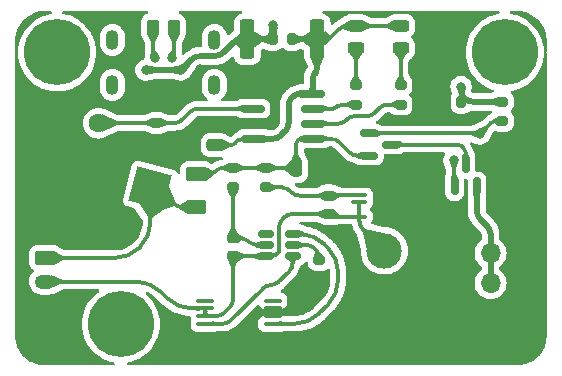
<source format=gbr>
%TF.GenerationSoftware,KiCad,Pcbnew,7.0.8*%
%TF.CreationDate,2025-01-10T13:03:08+01:00*%
%TF.ProjectId,LIR2032-charger,4c495232-3033-4322-9d63-686172676572,rev?*%
%TF.SameCoordinates,Original*%
%TF.FileFunction,Copper,L1,Top*%
%TF.FilePolarity,Positive*%
%FSLAX46Y46*%
G04 Gerber Fmt 4.6, Leading zero omitted, Abs format (unit mm)*
G04 Created by KiCad (PCBNEW 7.0.8) date 2025-01-10 13:03:08*
%MOMM*%
%LPD*%
G01*
G04 APERTURE LIST*
G04 Aperture macros list*
%AMRoundRect*
0 Rectangle with rounded corners*
0 $1 Rounding radius*
0 $2 $3 $4 $5 $6 $7 $8 $9 X,Y pos of 4 corners*
0 Add a 4 corners polygon primitive as box body*
4,1,4,$2,$3,$4,$5,$6,$7,$8,$9,$2,$3,0*
0 Add four circle primitives for the rounded corners*
1,1,$1+$1,$2,$3*
1,1,$1+$1,$4,$5*
1,1,$1+$1,$6,$7*
1,1,$1+$1,$8,$9*
0 Add four rect primitives between the rounded corners*
20,1,$1+$1,$2,$3,$4,$5,0*
20,1,$1+$1,$4,$5,$6,$7,0*
20,1,$1+$1,$6,$7,$8,$9,0*
20,1,$1+$1,$8,$9,$2,$3,0*%
%AMRotRect*
0 Rectangle, with rotation*
0 The origin of the aperture is its center*
0 $1 length*
0 $2 width*
0 $3 Rotation angle, in degrees counterclockwise*
0 Add horizontal line*
21,1,$1,$2,0,0,$3*%
G04 Aperture macros list end*
%TA.AperFunction,ComponentPad*%
%ADD10R,1.700000X1.700000*%
%TD*%
%TA.AperFunction,ComponentPad*%
%ADD11O,1.700000X1.700000*%
%TD*%
%TA.AperFunction,SMDPad,CuDef*%
%ADD12RoundRect,0.100000X-0.637500X-0.100000X0.637500X-0.100000X0.637500X0.100000X-0.637500X0.100000X0*%
%TD*%
%TA.AperFunction,SMDPad,CuDef*%
%ADD13RoundRect,0.200000X0.275000X-0.200000X0.275000X0.200000X-0.275000X0.200000X-0.275000X-0.200000X0*%
%TD*%
%TA.AperFunction,SMDPad,CuDef*%
%ADD14RoundRect,0.200000X-0.275000X0.200000X-0.275000X-0.200000X0.275000X-0.200000X0.275000X0.200000X0*%
%TD*%
%TA.AperFunction,SMDPad,CuDef*%
%ADD15RoundRect,0.250000X-0.262500X-0.450000X0.262500X-0.450000X0.262500X0.450000X-0.262500X0.450000X0*%
%TD*%
%TA.AperFunction,ComponentPad*%
%ADD16C,5.600000*%
%TD*%
%TA.AperFunction,SMDPad,CuDef*%
%ADD17RoundRect,0.150000X-0.587500X-0.150000X0.587500X-0.150000X0.587500X0.150000X-0.587500X0.150000X0*%
%TD*%
%TA.AperFunction,SMDPad,CuDef*%
%ADD18RoundRect,0.243750X0.456250X-0.243750X0.456250X0.243750X-0.456250X0.243750X-0.456250X-0.243750X0*%
%TD*%
%TA.AperFunction,SMDPad,CuDef*%
%ADD19RoundRect,0.225000X-0.250000X0.225000X-0.250000X-0.225000X0.250000X-0.225000X0.250000X0.225000X0*%
%TD*%
%TA.AperFunction,SMDPad,CuDef*%
%ADD20RoundRect,0.150000X0.150000X-0.587500X0.150000X0.587500X-0.150000X0.587500X-0.150000X-0.587500X0*%
%TD*%
%TA.AperFunction,SMDPad,CuDef*%
%ADD21RoundRect,0.250000X0.362500X1.425000X-0.362500X1.425000X-0.362500X-1.425000X0.362500X-1.425000X0*%
%TD*%
%TA.AperFunction,SMDPad,CuDef*%
%ADD22RoundRect,0.150000X0.512500X0.150000X-0.512500X0.150000X-0.512500X-0.150000X0.512500X-0.150000X0*%
%TD*%
%TA.AperFunction,SMDPad,CuDef*%
%ADD23RoundRect,0.250000X0.262500X0.450000X-0.262500X0.450000X-0.262500X-0.450000X0.262500X-0.450000X0*%
%TD*%
%TA.AperFunction,SMDPad,CuDef*%
%ADD24RoundRect,0.250000X0.475000X-0.250000X0.475000X0.250000X-0.475000X0.250000X-0.475000X-0.250000X0*%
%TD*%
%TA.AperFunction,SMDPad,CuDef*%
%ADD25RoundRect,0.200000X0.200000X0.275000X-0.200000X0.275000X-0.200000X-0.275000X0.200000X-0.275000X0*%
%TD*%
%TA.AperFunction,SMDPad,CuDef*%
%ADD26RoundRect,0.075000X-0.575000X-0.075000X0.575000X-0.075000X0.575000X0.075000X-0.575000X0.075000X0*%
%TD*%
%TA.AperFunction,SMDPad,CuDef*%
%ADD27RoundRect,0.250000X-0.400000X-0.250000X0.400000X-0.250000X0.400000X0.250000X-0.400000X0.250000X0*%
%TD*%
%TA.AperFunction,SMDPad,CuDef*%
%ADD28RoundRect,0.162500X-0.825000X-0.162500X0.825000X-0.162500X0.825000X0.162500X-0.825000X0.162500X0*%
%TD*%
%TA.AperFunction,SMDPad,CuDef*%
%ADD29RoundRect,0.250000X-0.250000X-0.475000X0.250000X-0.475000X0.250000X0.475000X-0.250000X0.475000X0*%
%TD*%
%TA.AperFunction,SMDPad,CuDef*%
%ADD30RoundRect,0.250000X0.625000X-0.375000X0.625000X0.375000X-0.625000X0.375000X-0.625000X-0.375000X0*%
%TD*%
%TA.AperFunction,ComponentPad*%
%ADD31RotRect,3.000000X3.000000X345.000000*%
%TD*%
%TA.AperFunction,ComponentPad*%
%ADD32C,3.000000*%
%TD*%
%TA.AperFunction,ComponentPad*%
%ADD33C,1.600000*%
%TD*%
%TA.AperFunction,ComponentPad*%
%ADD34O,1.600000X1.600000*%
%TD*%
%TA.AperFunction,ComponentPad*%
%ADD35O,1.100000X1.700000*%
%TD*%
%TA.AperFunction,ComponentPad*%
%ADD36RoundRect,0.250000X-0.625000X0.350000X-0.625000X-0.350000X0.625000X-0.350000X0.625000X0.350000X0*%
%TD*%
%TA.AperFunction,ComponentPad*%
%ADD37O,1.750000X1.200000*%
%TD*%
%TA.AperFunction,ViaPad*%
%ADD38C,0.800000*%
%TD*%
%TA.AperFunction,Conductor*%
%ADD39C,0.500000*%
%TD*%
%TA.AperFunction,Conductor*%
%ADD40C,0.300000*%
%TD*%
G04 APERTURE END LIST*
D10*
%TO.P,J3,1,Pin_1*%
%TO.N,GND*%
X156300000Y-73680000D03*
D11*
%TO.P,J3,2,Pin_2*%
%TO.N,VCC*%
X156300000Y-71140000D03*
%TO.P,J3,3,Pin_3*%
X156300000Y-68600000D03*
%TD*%
D12*
%TO.P,U3,1,D12*%
%TO.N,unconnected-(U3-D12-Pad1)*%
X132137500Y-72625000D03*
%TO.P,U3,2,S1*%
%TO.N,-BATT*%
X132137500Y-73275000D03*
%TO.P,U3,3,S1*%
X132137500Y-73925000D03*
%TO.P,U3,4,G1*%
%TO.N,Net-(U2-OD)*%
X132137500Y-74575000D03*
%TO.P,U3,5,G2*%
%TO.N,Net-(U2-OC)*%
X137862500Y-74575000D03*
%TO.P,U3,6,S2*%
%TO.N,GND*%
X137862500Y-73925000D03*
%TO.P,U3,7,S2*%
X137862500Y-73275000D03*
%TO.P,U3,8,D12*%
%TO.N,unconnected-(U3-D12-Pad1)*%
X137862500Y-72625000D03*
%TD*%
D13*
%TO.P,R3,1*%
%TO.N,Net-(U2-VCC)*%
X134500000Y-63025000D03*
%TO.P,R3,2*%
%TO.N,Net-(Q1-S)*%
X134500000Y-61375000D03*
%TD*%
D14*
%TO.P,R8,1*%
%TO.N,Net-(D3-K)*%
X148700000Y-54375000D03*
%TO.P,R8,2*%
%TO.N,Net-(U1-STDBY)*%
X148700000Y-56025000D03*
%TD*%
D15*
%TO.P,R11,1*%
%TO.N,Net-(J4-CC2)*%
X129487500Y-49500000D03*
%TO.P,R11,2*%
%TO.N,GND*%
X131312500Y-49500000D03*
%TD*%
D14*
%TO.P,R9,1*%
%TO.N,Net-(U1-PROG)*%
X128000000Y-57575000D03*
%TO.P,R9,2*%
%TO.N,GND*%
X128000000Y-59225000D03*
%TD*%
D16*
%TO.P,H3,1*%
%TO.N,N/C*%
X125000000Y-74600000D03*
%TD*%
D17*
%TO.P,Q1,1,G*%
%TO.N,Net-(Q1-G)*%
X146000000Y-58450000D03*
%TO.P,Q1,2,S*%
%TO.N,Net-(Q1-S)*%
X146000000Y-60350000D03*
%TO.P,Q1,3,D*%
%TO.N,Net-(Q1-D)*%
X147875000Y-59400000D03*
%TD*%
D18*
%TO.P,D3,1,K*%
%TO.N,Net-(D3-K)*%
X148700000Y-51237500D03*
%TO.P,D3,2,A*%
%TO.N,Net-(D2-A)*%
X148700000Y-49362500D03*
%TD*%
D14*
%TO.P,R6,1*%
%TO.N,Net-(D2-K)*%
X144900000Y-54375000D03*
%TO.P,R6,2*%
%TO.N,Net-(U1-CHRG)*%
X144900000Y-56025000D03*
%TD*%
D19*
%TO.P,C4,1*%
%TO.N,Net-(U4-VCC)*%
X142600000Y-63725000D03*
%TO.P,C4,2*%
%TO.N,-BATT*%
X142600000Y-65275000D03*
%TD*%
D18*
%TO.P,D2,1,K*%
%TO.N,Net-(D2-K)*%
X144900000Y-51237500D03*
%TO.P,D2,2,A*%
%TO.N,Net-(D2-A)*%
X144900000Y-49362500D03*
%TD*%
D16*
%TO.P,H1,1*%
%TO.N,N/C*%
X157500000Y-51600000D03*
%TD*%
D14*
%TO.P,R7,1*%
%TO.N,Net-(U2-VM)*%
X141800000Y-69175000D03*
%TO.P,R7,2*%
%TO.N,GND*%
X141800000Y-70825000D03*
%TD*%
D20*
%TO.P,Q2,1,G*%
%TO.N,Net-(Q1-G)*%
X153250000Y-62937500D03*
%TO.P,Q2,2,S*%
%TO.N,VCC*%
X155150000Y-62937500D03*
%TO.P,Q2,3,D*%
%TO.N,Net-(Q1-D)*%
X154200000Y-61062500D03*
%TD*%
D21*
%TO.P,R2,1*%
%TO.N,Net-(D2-A)*%
X141637500Y-50500000D03*
%TO.P,R2,2*%
%TO.N,VBUS*%
X135712500Y-50500000D03*
%TD*%
D19*
%TO.P,C3,1*%
%TO.N,Net-(U2-VCC)*%
X134500000Y-67325000D03*
%TO.P,C3,2*%
%TO.N,-BATT*%
X134500000Y-68875000D03*
%TD*%
D22*
%TO.P,U2,1,OD*%
%TO.N,Net-(U2-OD)*%
X139537500Y-68850000D03*
%TO.P,U2,2,VM*%
%TO.N,Net-(U2-VM)*%
X139537500Y-67900000D03*
%TO.P,U2,3,OC*%
%TO.N,Net-(U2-OC)*%
X139537500Y-66950000D03*
%TO.P,U2,4,TD*%
%TO.N,unconnected-(U2-TD-Pad4)*%
X137262500Y-66950000D03*
%TO.P,U2,5,VCC*%
%TO.N,Net-(U2-VCC)*%
X137262500Y-67900000D03*
%TO.P,U2,6,GND*%
%TO.N,-BATT*%
X137262500Y-68850000D03*
%TD*%
D23*
%TO.P,R12,1*%
%TO.N,Net-(J4-CC1)*%
X127712500Y-49500000D03*
%TO.P,R12,2*%
%TO.N,GND*%
X125887500Y-49500000D03*
%TD*%
D24*
%TO.P,C2,1*%
%TO.N,Net-(D2-A)*%
X133000000Y-59450000D03*
%TO.P,C2,2*%
%TO.N,GND*%
X133000000Y-57550000D03*
%TD*%
D25*
%TO.P,R1,1*%
%TO.N,Net-(D2-A)*%
X139500000Y-50500000D03*
%TO.P,R1,2*%
%TO.N,VBUS*%
X137850000Y-50500000D03*
%TD*%
D16*
%TO.P,H2,1*%
%TO.N,N/C*%
X119600000Y-51600000D03*
%TD*%
D26*
%TO.P,U4,1,VCC*%
%TO.N,Net-(U4-VCC)*%
X145200000Y-63700000D03*
%TO.P,U4,2,BGND*%
%TO.N,-BATT*%
X145200000Y-64230000D03*
%TO.P,U4,3,BGND*%
X145200000Y-65500000D03*
D27*
%TO.P,U4,4,GND*%
%TO.N,GND*%
X148800000Y-65200000D03*
%TO.P,U4,5,GND*%
X148800000Y-64000000D03*
%TD*%
D28*
%TO.P,U1,1,TEMP*%
%TO.N,GND*%
X136162500Y-55095000D03*
%TO.P,U1,2,PROG*%
%TO.N,Net-(U1-PROG)*%
X136162500Y-56365000D03*
%TO.P,U1,3,GND*%
%TO.N,GND*%
X136162500Y-57635000D03*
%TO.P,U1,4,VCC*%
%TO.N,Net-(D2-A)*%
X136162500Y-58905000D03*
%TO.P,U1,5,BAT*%
%TO.N,Net-(Q1-S)*%
X141237500Y-58905000D03*
%TO.P,U1,6,STDBY*%
%TO.N,Net-(U1-STDBY)*%
X141237500Y-57635000D03*
%TO.P,U1,7,CHRG*%
%TO.N,Net-(U1-CHRG)*%
X141237500Y-56365000D03*
%TO.P,U1,8,CE*%
%TO.N,Net-(D2-A)*%
X141237500Y-55095000D03*
%TD*%
D13*
%TO.P,R5,1*%
%TO.N,Net-(Q1-G)*%
X157300000Y-57425000D03*
%TO.P,R5,2*%
%TO.N,VBUS*%
X157300000Y-55775000D03*
%TD*%
D29*
%TO.P,C1,1*%
%TO.N,Net-(Q1-S)*%
X139850000Y-61400000D03*
%TO.P,C1,2*%
%TO.N,GND*%
X141750000Y-61400000D03*
%TD*%
D13*
%TO.P,R4,1*%
%TO.N,Net-(U4-VCC)*%
X137300000Y-63025000D03*
%TO.P,R4,2*%
%TO.N,Net-(Q1-S)*%
X137300000Y-61375000D03*
%TD*%
D25*
%TO.P,R10,1*%
%TO.N,VBUS*%
X153825000Y-55800000D03*
%TO.P,R10,2*%
%TO.N,GND*%
X152175000Y-55800000D03*
%TD*%
D30*
%TO.P,F1,1*%
%TO.N,+BATT*%
X131400000Y-64700000D03*
%TO.P,F1,2*%
%TO.N,Net-(Q1-S)*%
X131400000Y-61900000D03*
%TD*%
D31*
%TO.P,J1,1,Pin_1*%
%TO.N,+BATT*%
X127508180Y-63096798D03*
D32*
%TO.P,J1,2,Pin_2*%
%TO.N,-BATT*%
X147300000Y-68400000D03*
%TD*%
D33*
%TO.P,R13,1*%
%TO.N,Net-(U1-PROG)*%
X123100000Y-57590000D03*
D34*
%TO.P,R13,2*%
%TO.N,GND*%
X123100000Y-65210000D03*
%TD*%
D35*
%TO.P,J4,S1,SHIELD*%
%TO.N,unconnected-(J4-SHIELD-PadS1)*%
X124280000Y-50547500D03*
X124280000Y-54347500D03*
X132920000Y-50547500D03*
X132920000Y-54347500D03*
%TD*%
D36*
%TO.P,J2,1,Pin_1*%
%TO.N,+BATT*%
X118600000Y-69000000D03*
D37*
%TO.P,J2,2,Pin_2*%
%TO.N,-BATT*%
X118600000Y-71000000D03*
%TD*%
D38*
%TO.N,GND*%
X140100000Y-76700000D03*
X136500000Y-76000000D03*
X143800000Y-67400000D03*
X137900000Y-57600000D03*
X129400000Y-60500000D03*
X125300000Y-59900000D03*
X123100000Y-59900000D03*
X123100000Y-61400000D03*
X123100000Y-62900000D03*
X120500000Y-76300000D03*
X117400000Y-76300000D03*
X157300000Y-77100000D03*
X160200000Y-64900000D03*
X159900000Y-55400000D03*
X154100000Y-49000000D03*
X152100000Y-64900000D03*
X151500000Y-61900000D03*
X150600000Y-60600000D03*
X153900000Y-73600000D03*
X117300000Y-62900000D03*
X150600000Y-77100000D03*
X147100000Y-73600000D03*
X150200000Y-64000000D03*
X129400000Y-58800000D03*
X150200000Y-53000000D03*
X152200000Y-54500000D03*
X119100000Y-64300000D03*
X150200000Y-65200000D03*
X126700000Y-59200000D03*
X124300000Y-48800000D03*
X151200000Y-52300000D03*
X151200000Y-53700000D03*
X124600000Y-52400000D03*
X151900000Y-71800000D03*
X143400000Y-62400000D03*
X137900000Y-55000000D03*
X119100000Y-62900000D03*
X131500000Y-57700000D03*
X148800000Y-62400000D03*
X150500000Y-70100000D03*
X148600000Y-71800000D03*
X147100000Y-77100000D03*
X119100000Y-65700000D03*
X125600000Y-53100000D03*
X155000000Y-57000000D03*
X134400000Y-55100000D03*
X140120000Y-71400000D03*
X134400000Y-57800000D03*
X135800000Y-53600000D03*
X137200000Y-53600000D03*
X117300000Y-64300000D03*
X125900000Y-52000000D03*
X143000000Y-60200000D03*
X120900000Y-65700000D03*
X147600000Y-57200000D03*
X151200000Y-50900000D03*
X148600000Y-75300000D03*
X149900000Y-57200000D03*
X120900000Y-64300000D03*
X134400000Y-53600000D03*
X152200000Y-53100000D03*
X145100000Y-75300000D03*
X117300000Y-65700000D03*
X150600000Y-73600000D03*
X151900000Y-75300000D03*
X131700000Y-53000000D03*
X120900000Y-62900000D03*
X151000000Y-56300000D03*
X132900000Y-48800000D03*
X153900000Y-77100000D03*
X150200000Y-66400000D03*
X152200000Y-51800000D03*
%TO.N,VBUS*%
X153800000Y-54500000D03*
X137900000Y-49300000D03*
X130100000Y-53100000D03*
X127100000Y-53100000D03*
%TO.N,Net-(Q1-G)*%
X155400000Y-58500000D03*
X153200000Y-60700000D03*
%TO.N,Net-(J4-CC1)*%
X127900000Y-52100000D03*
%TO.N,Net-(J4-CC2)*%
X129300000Y-52100000D03*
%TD*%
D39*
%TO.N,VCC*%
X156300000Y-68600000D02*
X156300000Y-71140000D01*
%TO.N,Net-(D2-A)*%
X138907114Y-58292900D02*
G75*
G03*
X139200000Y-57585786I-707114J707100D01*
G01*
X137880786Y-58904990D02*
G75*
G03*
X138587893Y-58612107I14J999990D01*
G01*
X139492886Y-55407100D02*
G75*
G03*
X139200000Y-56114214I707114J-707100D01*
G01*
X140219214Y-55095010D02*
G75*
G03*
X139512107Y-55387893I-14J-999990D01*
G01*
X137880786Y-58905000D02*
X136162500Y-58905000D01*
X139512107Y-55387893D02*
X139492893Y-55407107D01*
X141237500Y-55095000D02*
X140219214Y-55095000D01*
X139200000Y-56114214D02*
X139200000Y-57585786D01*
X138907107Y-58292893D02*
X138587893Y-58612107D01*
D40*
%TO.N,Net-(Q1-S)*%
X142790786Y-58905000D02*
X141237500Y-58905000D01*
X139977842Y-59022158D02*
X139967157Y-59032843D01*
X144357107Y-60057107D02*
X143497893Y-59197893D01*
X146000000Y-60350000D02*
X145064214Y-60350000D01*
X139825000Y-61375000D02*
X139850000Y-61400000D01*
X137300000Y-61375000D02*
X134500000Y-61375000D01*
X133532107Y-61375000D02*
X134500000Y-61375000D01*
X139850000Y-59315685D02*
X139850000Y-61400000D01*
X141237500Y-58905000D02*
X140260685Y-58905000D01*
X133092893Y-61607107D02*
X133178554Y-61521446D01*
X137300000Y-61375000D02*
X139825000Y-61375000D01*
X131400000Y-61900000D02*
X132385786Y-61900000D01*
X132385786Y-61899990D02*
G75*
G03*
X133092893Y-61607107I14J999990D01*
G01*
X140260685Y-58904990D02*
G75*
G03*
X139977842Y-59022158I15J-400010D01*
G01*
X133532107Y-61375005D02*
G75*
G03*
X133178554Y-61521446I-7J-499995D01*
G01*
X144357100Y-60057114D02*
G75*
G03*
X145064214Y-60350000I707100J707114D01*
G01*
X139967164Y-59032850D02*
G75*
G03*
X139850000Y-59315685I282836J-282850D01*
G01*
X143497900Y-59197886D02*
G75*
G03*
X142790786Y-58905000I-707100J-707114D01*
G01*
D39*
%TO.N,Net-(D2-A)*%
X141383947Y-53416053D02*
X141491054Y-53308946D01*
D40*
X144900000Y-49362500D02*
X144151714Y-49362500D01*
D39*
X141637500Y-52955393D02*
X141637500Y-50500000D01*
X141237500Y-55095000D02*
X141237500Y-53769607D01*
D40*
X142185786Y-50500000D02*
X141637500Y-50500000D01*
X136162500Y-58905000D02*
X135302107Y-58905000D01*
X134342893Y-59450000D02*
X133000000Y-59450000D01*
X143444607Y-49655393D02*
X142892893Y-50207107D01*
X148700000Y-49362500D02*
X144900000Y-49362500D01*
X134948553Y-59051447D02*
X134696446Y-59303554D01*
D39*
X139500000Y-50500000D02*
X141637500Y-50500000D01*
D40*
X144151714Y-49362510D02*
G75*
G03*
X143444607Y-49655393I-14J-999990D01*
G01*
D39*
X141383944Y-53416050D02*
G75*
G03*
X141237500Y-53769607I353556J-353550D01*
G01*
D40*
X135302107Y-58905005D02*
G75*
G03*
X134948553Y-59051447I-7J-499995D01*
G01*
D39*
X141491057Y-53308949D02*
G75*
G03*
X141637500Y-52955393I-353557J353549D01*
G01*
D40*
X142185786Y-50499990D02*
G75*
G03*
X142892893Y-50207107I14J999990D01*
G01*
X134342893Y-59449995D02*
G75*
G03*
X134696446Y-59303554I7J499995D01*
G01*
%TO.N,Net-(U2-VCC)*%
X135865685Y-67665685D02*
X135759314Y-67559314D01*
X135193629Y-67325000D02*
X134500000Y-67325000D01*
X137262500Y-67900000D02*
X136431371Y-67900000D01*
X134500000Y-67325000D02*
X134500000Y-63025000D01*
X135759299Y-67559329D02*
G75*
G03*
X135193629Y-67325000I-565699J-565671D01*
G01*
X135865700Y-67665670D02*
G75*
G03*
X136431371Y-67900000I565700J565670D01*
G01*
%TO.N,-BATT*%
X138342893Y-68557107D02*
X138400000Y-68500000D01*
X145200000Y-65500000D02*
X142825000Y-65500000D01*
X137262500Y-68850000D02*
X137635786Y-68850000D01*
X132137500Y-73925000D02*
X132137500Y-73275000D01*
X142825000Y-65500000D02*
X142600000Y-65275000D01*
X126257359Y-71000000D02*
X118600000Y-71000000D01*
X145492893Y-66592893D02*
X147300000Y-68400000D01*
X137262500Y-68850000D02*
X134525000Y-68850000D01*
X128896320Y-72396320D02*
X128378679Y-71878679D01*
X145200000Y-64230000D02*
X145200000Y-65500000D01*
X134525000Y-68850000D02*
X134500000Y-68875000D01*
X139539214Y-65275000D02*
X142600000Y-65275000D01*
X132137500Y-73275000D02*
X131017641Y-73275000D01*
X134500000Y-72485786D02*
X134500000Y-68875000D01*
X134207107Y-73192893D02*
X133767893Y-73632107D01*
X138400000Y-68500000D02*
X138400000Y-66414214D01*
X138692893Y-65707107D02*
X138832107Y-65567893D01*
X133060786Y-73925000D02*
X132137500Y-73925000D01*
X145200000Y-65500000D02*
X145200000Y-65885786D01*
X128378699Y-71878659D02*
G75*
G03*
X126257359Y-71000000I-2121299J-2121341D01*
G01*
X137635786Y-68849990D02*
G75*
G03*
X138342893Y-68557107I14J999990D01*
G01*
X133060786Y-73924990D02*
G75*
G03*
X133767893Y-73632107I14J999990D01*
G01*
X145200010Y-65885786D02*
G75*
G03*
X145492893Y-66592893I999990J-14D01*
G01*
X134207114Y-73192900D02*
G75*
G03*
X134500000Y-72485786I-707114J707100D01*
G01*
X138692886Y-65707100D02*
G75*
G03*
X138400000Y-66414214I707114J-707100D01*
G01*
X139539214Y-65275010D02*
G75*
G03*
X138832107Y-65567893I-14J-999990D01*
G01*
X128896300Y-72396340D02*
G75*
G03*
X131017641Y-73275000I2121300J2121340D01*
G01*
%TO.N,Net-(U4-VCC)*%
X138610786Y-63025000D02*
X137300000Y-63025000D01*
X142600000Y-63725000D02*
X140139214Y-63725000D01*
X145200000Y-63700000D02*
X142625000Y-63700000D01*
X139432107Y-63432107D02*
X139317893Y-63317893D01*
X142625000Y-63700000D02*
X142600000Y-63725000D01*
X139317900Y-63317886D02*
G75*
G03*
X138610786Y-63025000I-707100J-707114D01*
G01*
X139432100Y-63432114D02*
G75*
G03*
X140139214Y-63725000I707100J707114D01*
G01*
D39*
%TO.N,VCC*%
X155442893Y-65742893D02*
X156007107Y-66307107D01*
X155150000Y-62937500D02*
X155150000Y-65035786D01*
X156300000Y-67014214D02*
X156300000Y-68560000D01*
X155150010Y-65035786D02*
G75*
G03*
X155442893Y-65742893I999990J-14D01*
G01*
X156299990Y-67014214D02*
G75*
G03*
X156007107Y-66307107I-999990J14D01*
G01*
%TO.N,VBUS*%
X154800000Y-55775000D02*
X157300000Y-55775000D01*
X137850000Y-49350000D02*
X137900000Y-49300000D01*
X153800000Y-54500000D02*
X153800000Y-54775000D01*
X137850000Y-50500000D02*
X137850000Y-49350000D01*
X135214214Y-50500000D02*
X135712500Y-50500000D01*
X131714214Y-51900000D02*
X132985786Y-51900000D01*
X133692893Y-51607107D02*
X134507107Y-50792893D01*
X127100000Y-53100000D02*
X130100000Y-53100000D01*
X130100000Y-53100000D02*
X131007107Y-52192893D01*
X135712500Y-50500000D02*
X137850000Y-50500000D01*
X135214214Y-50500010D02*
G75*
G03*
X134507107Y-50792893I-14J-999990D01*
G01*
X153800000Y-54775000D02*
G75*
G03*
X154800000Y-55775000I1000000J0D01*
G01*
X132985786Y-51899990D02*
G75*
G03*
X133692893Y-51607107I14J999990D01*
G01*
X131714214Y-51900010D02*
G75*
G03*
X131007107Y-52192893I-14J-999990D01*
G01*
D40*
%TO.N,Net-(D2-K)*%
X144900000Y-51237500D02*
X144900000Y-54375000D01*
%TO.N,Net-(D3-K)*%
X148600000Y-51337500D02*
X148700000Y-51237500D01*
X148700000Y-54375000D02*
X148700000Y-51237500D01*
%TO.N,+BATT*%
X127508180Y-65949179D02*
X127508180Y-63096798D01*
X128489691Y-63389691D02*
X129507107Y-64407107D01*
X118600000Y-69000000D02*
X124457359Y-69000000D01*
X127508180Y-63096798D02*
X127782584Y-63096798D01*
X130214214Y-64700000D02*
X131400000Y-64700000D01*
X126578680Y-68121320D02*
X126629501Y-68070499D01*
X126629507Y-68070505D02*
G75*
G03*
X127508180Y-65949179I-2121307J2121305D01*
G01*
X124457359Y-68999971D02*
G75*
G03*
X126578680Y-68121320I41J2999971D01*
G01*
X129507100Y-64407114D02*
G75*
G03*
X130214214Y-64700000I707100J707114D01*
G01*
X128489699Y-63389683D02*
G75*
G03*
X127782584Y-63096798I-707099J-707117D01*
G01*
%TO.N,Net-(Q1-G)*%
X155350000Y-58450000D02*
X146000000Y-58450000D01*
X156682107Y-57425000D02*
X157300000Y-57425000D01*
X153200000Y-62887500D02*
X153250000Y-62937500D01*
X155400000Y-58500000D02*
X156328554Y-57571446D01*
X153200000Y-60700000D02*
X153200000Y-62887500D01*
X155400000Y-58500000D02*
X155350000Y-58450000D01*
X156682107Y-57425005D02*
G75*
G03*
X156328554Y-57571446I-7J-499995D01*
G01*
%TO.N,Net-(Q1-D)*%
X154200000Y-61062500D02*
X154200000Y-60107107D01*
X153492893Y-59400000D02*
X147875000Y-59400000D01*
X154053553Y-59753553D02*
X153846446Y-59546446D01*
X154199995Y-60107107D02*
G75*
G03*
X154053553Y-59753553I-499995J7D01*
G01*
X153846449Y-59546443D02*
G75*
G03*
X153492893Y-59400000I-353549J-353557D01*
G01*
%TO.N,Net-(U1-CHRG)*%
X142927893Y-56365000D02*
X141237500Y-56365000D01*
X144900000Y-56025000D02*
X143682107Y-56025000D01*
X143328553Y-56171447D02*
X143281446Y-56218554D01*
X143682107Y-56025005D02*
G75*
G03*
X143328553Y-56171447I-7J-499995D01*
G01*
X142927893Y-56364995D02*
G75*
G03*
X143281446Y-56218554I7J499995D01*
G01*
%TO.N,Net-(U2-VM)*%
X140685786Y-67900000D02*
X139537500Y-67900000D01*
X141800000Y-69175000D02*
X141800000Y-69014214D01*
X141507107Y-68307107D02*
X141392893Y-68192893D01*
X141392900Y-68192886D02*
G75*
G03*
X140685786Y-67900000I-707100J-707114D01*
G01*
X141799990Y-69014214D02*
G75*
G03*
X141507107Y-68307107I-999990J14D01*
G01*
%TO.N,Net-(U1-STDBY)*%
X148700000Y-56025000D02*
X147589214Y-56025000D01*
X144107107Y-57292893D02*
X144057893Y-57342107D01*
X143350786Y-57635000D02*
X141237500Y-57635000D01*
X145785786Y-57000000D02*
X144814214Y-57000000D01*
X146882107Y-56317893D02*
X146492893Y-56707107D01*
X147589214Y-56025010D02*
G75*
G03*
X146882107Y-56317893I-14J-999990D01*
G01*
X145785786Y-56999990D02*
G75*
G03*
X146492893Y-56707107I14J999990D01*
G01*
X144814214Y-57000010D02*
G75*
G03*
X144107107Y-57292893I-14J-999990D01*
G01*
X143350786Y-57634990D02*
G75*
G03*
X144057893Y-57342107I14J999990D01*
G01*
%TO.N,Net-(U1-PROG)*%
X129510786Y-57575000D02*
X128000000Y-57575000D01*
X136162500Y-56365000D02*
X131549214Y-56365000D01*
X128000000Y-57575000D02*
X123115000Y-57575000D01*
X130842107Y-56657893D02*
X130217893Y-57282107D01*
X123115000Y-57575000D02*
X123100000Y-57590000D01*
X131549214Y-56365010D02*
G75*
G03*
X130842107Y-56657893I-14J-999990D01*
G01*
X129510786Y-57574990D02*
G75*
G03*
X130217893Y-57282107I14J999990D01*
G01*
%TO.N,Net-(U2-OD)*%
X137714214Y-71300000D02*
X137768629Y-71300000D01*
X138334315Y-71065685D02*
X139244607Y-70155393D01*
X132137500Y-74575000D02*
X133610786Y-74575000D01*
X134317893Y-74282107D02*
X137007107Y-71592893D01*
X139537500Y-69448286D02*
X139537500Y-68850000D01*
X133610786Y-74574990D02*
G75*
G03*
X134317893Y-74282107I14J999990D01*
G01*
X137768629Y-71300020D02*
G75*
G03*
X138334315Y-71065685I-29J800020D01*
G01*
X137714214Y-71300010D02*
G75*
G03*
X137007107Y-71592893I-14J-999990D01*
G01*
X139244614Y-70155400D02*
G75*
G03*
X139537500Y-69448286I-707114J707100D01*
G01*
%TO.N,Net-(U2-OC)*%
X141803680Y-73696320D02*
X142521321Y-72978679D01*
X137862500Y-74575000D02*
X139682359Y-74575000D01*
X143400000Y-70857359D02*
X143400000Y-70242641D01*
X140107359Y-66950000D02*
X139537500Y-66950000D01*
X142521320Y-68121320D02*
X142228679Y-67828679D01*
X139682359Y-74574971D02*
G75*
G03*
X141803680Y-73696320I41J2999971D01*
G01*
X142521341Y-72978699D02*
G75*
G03*
X143400000Y-70857359I-2121341J2121299D01*
G01*
X143399971Y-70242641D02*
G75*
G03*
X142521320Y-68121320I-2999971J41D01*
G01*
X142228699Y-67828659D02*
G75*
G03*
X140107359Y-66950000I-2121299J-2121341D01*
G01*
%TO.N,Net-(J4-CC1)*%
X127900000Y-52100000D02*
X127712500Y-51912500D01*
X127712500Y-51912500D02*
X127712500Y-49500000D01*
%TO.N,Net-(J4-CC2)*%
X129300000Y-52100000D02*
X129487500Y-51912500D01*
X129487500Y-51912500D02*
X129487500Y-49500000D01*
%TD*%
%TA.AperFunction,Conductor*%
%TO.N,GND*%
G36*
X119122765Y-48110185D02*
G01*
X119168520Y-48162989D01*
X119178464Y-48232147D01*
X119149439Y-48295703D01*
X119090661Y-48333477D01*
X119069133Y-48337773D01*
X119065255Y-48338194D01*
X118715726Y-48415131D01*
X118495737Y-48489255D01*
X118376565Y-48529409D01*
X118376563Y-48529410D01*
X118376552Y-48529414D01*
X118051755Y-48679680D01*
X118051751Y-48679682D01*
X117901800Y-48769905D01*
X117745081Y-48864200D01*
X117701665Y-48897204D01*
X117460172Y-49080781D01*
X117460163Y-49080789D01*
X117200331Y-49326914D01*
X116968641Y-49599680D01*
X116968634Y-49599690D01*
X116767790Y-49895913D01*
X116767784Y-49895922D01*
X116600151Y-50212111D01*
X116600142Y-50212129D01*
X116467674Y-50544600D01*
X116467672Y-50544607D01*
X116371932Y-50889434D01*
X116371926Y-50889460D01*
X116314029Y-51242614D01*
X116314028Y-51242627D01*
X116314028Y-51242629D01*
X116309265Y-51330472D01*
X116298318Y-51532382D01*
X116275033Y-51598258D01*
X116269699Y-51602395D01*
X116293477Y-51639395D01*
X116298318Y-51667617D01*
X116313411Y-51945999D01*
X116314028Y-51957368D01*
X116314029Y-51957385D01*
X116371926Y-52310539D01*
X116371932Y-52310565D01*
X116467672Y-52655392D01*
X116467674Y-52655399D01*
X116600142Y-52987870D01*
X116600151Y-52987888D01*
X116767784Y-53304077D01*
X116767787Y-53304082D01*
X116767789Y-53304085D01*
X116940676Y-53559075D01*
X116968634Y-53600309D01*
X116968641Y-53600319D01*
X117181147Y-53850500D01*
X117200332Y-53873086D01*
X117460163Y-54119211D01*
X117745081Y-54335800D01*
X118051747Y-54520315D01*
X118051749Y-54520316D01*
X118051751Y-54520317D01*
X118051755Y-54520319D01*
X118350210Y-54658398D01*
X118376565Y-54670591D01*
X118715726Y-54784868D01*
X119065254Y-54861805D01*
X119421052Y-54900500D01*
X119421058Y-54900500D01*
X119778942Y-54900500D01*
X119778948Y-54900500D01*
X120134746Y-54861805D01*
X120484274Y-54784868D01*
X120738800Y-54699108D01*
X123229500Y-54699108D01*
X123234244Y-54747274D01*
X123244699Y-54853432D01*
X123268387Y-54931522D01*
X123304768Y-55051454D01*
X123402315Y-55233950D01*
X123403500Y-55235394D01*
X123533589Y-55393910D01*
X123599260Y-55447804D01*
X123693550Y-55525185D01*
X123876046Y-55622732D01*
X124074066Y-55682800D01*
X124074065Y-55682800D01*
X124092529Y-55684618D01*
X124280000Y-55703083D01*
X124485934Y-55682800D01*
X124683954Y-55622732D01*
X124866450Y-55525185D01*
X125026410Y-55393910D01*
X125157685Y-55233950D01*
X125255232Y-55051454D01*
X125315300Y-54853434D01*
X125330500Y-54699108D01*
X125330500Y-53995892D01*
X125315300Y-53841566D01*
X125255232Y-53643546D01*
X125157685Y-53461050D01*
X125105702Y-53397709D01*
X125026410Y-53301089D01*
X124866452Y-53169817D01*
X124866453Y-53169817D01*
X124866450Y-53169815D01*
X124683954Y-53072268D01*
X124485934Y-53012200D01*
X124485932Y-53012199D01*
X124485934Y-53012199D01*
X124280000Y-52991917D01*
X124074067Y-53012199D01*
X123876043Y-53072269D01*
X123765898Y-53131143D01*
X123693550Y-53169815D01*
X123693548Y-53169816D01*
X123693547Y-53169817D01*
X123533589Y-53301089D01*
X123423361Y-53435405D01*
X123402315Y-53461050D01*
X123363643Y-53533398D01*
X123304769Y-53643543D01*
X123244699Y-53841567D01*
X123240383Y-53885393D01*
X123229500Y-53995892D01*
X123229500Y-54699108D01*
X120738800Y-54699108D01*
X120823435Y-54670591D01*
X121148253Y-54520315D01*
X121454919Y-54335800D01*
X121739837Y-54119211D01*
X121999668Y-53873086D01*
X122231365Y-53600311D01*
X122432211Y-53304085D01*
X122599853Y-52987880D01*
X122732324Y-52655403D01*
X122828071Y-52310552D01*
X122852259Y-52163011D01*
X122885970Y-51957385D01*
X122885970Y-51957382D01*
X122885972Y-51957371D01*
X122905338Y-51600181D01*
X122905348Y-51600002D01*
X122905348Y-51599997D01*
X122901318Y-51525669D01*
X122885972Y-51242629D01*
X122885351Y-51238842D01*
X122829654Y-50899104D01*
X123229500Y-50899104D01*
X123244699Y-51053432D01*
X123244700Y-51053434D01*
X123304768Y-51251454D01*
X123402315Y-51433950D01*
X123408422Y-51441391D01*
X123533589Y-51593910D01*
X123623403Y-51667617D01*
X123693550Y-51725185D01*
X123876046Y-51822732D01*
X124074066Y-51882800D01*
X124074065Y-51882800D01*
X124092529Y-51884618D01*
X124280000Y-51903083D01*
X124485934Y-51882800D01*
X124683954Y-51822732D01*
X124866450Y-51725185D01*
X125026410Y-51593910D01*
X125157685Y-51433950D01*
X125255232Y-51251454D01*
X125315300Y-51053434D01*
X125330500Y-50899108D01*
X125330500Y-50195892D01*
X125315300Y-50041566D01*
X125255232Y-49843546D01*
X125157685Y-49661050D01*
X125105702Y-49597709D01*
X125026410Y-49501089D01*
X124908677Y-49404469D01*
X124866450Y-49369815D01*
X124683954Y-49272268D01*
X124485934Y-49212200D01*
X124485932Y-49212199D01*
X124485934Y-49212199D01*
X124280000Y-49191917D01*
X124074067Y-49212199D01*
X123876043Y-49272269D01*
X123773811Y-49326914D01*
X123693550Y-49369815D01*
X123693548Y-49369816D01*
X123693547Y-49369817D01*
X123533589Y-49501089D01*
X123406589Y-49655842D01*
X123402315Y-49661050D01*
X123394873Y-49674973D01*
X123304769Y-49843543D01*
X123244699Y-50041567D01*
X123235158Y-50138449D01*
X123229642Y-50194457D01*
X123229500Y-50195895D01*
X123229500Y-50899104D01*
X122829654Y-50899104D01*
X122828073Y-50889460D01*
X122828072Y-50889459D01*
X122828071Y-50889448D01*
X122778498Y-50710903D01*
X122732327Y-50544607D01*
X122732325Y-50544600D01*
X122727127Y-50531555D01*
X122676920Y-50405543D01*
X122599857Y-50212129D01*
X122599848Y-50212111D01*
X122590488Y-50194457D01*
X122487402Y-50000016D01*
X122432215Y-49895922D01*
X122432213Y-49895919D01*
X122432211Y-49895915D01*
X122231365Y-49599689D01*
X122231361Y-49599684D01*
X122231358Y-49599680D01*
X121999668Y-49326914D01*
X121941979Y-49272268D01*
X121739837Y-49080789D01*
X121739830Y-49080783D01*
X121739827Y-49080781D01*
X121666423Y-49024981D01*
X121454919Y-48864200D01*
X121148253Y-48679685D01*
X121148252Y-48679684D01*
X121148248Y-48679682D01*
X121148244Y-48679680D01*
X120823447Y-48529414D01*
X120823441Y-48529411D01*
X120823435Y-48529409D01*
X120653854Y-48472270D01*
X120484273Y-48415131D01*
X120134744Y-48338194D01*
X120130867Y-48337773D01*
X120066349Y-48310956D01*
X120026571Y-48253514D01*
X120024164Y-48183686D01*
X120059890Y-48123641D01*
X120122408Y-48092443D01*
X120144274Y-48090500D01*
X127191189Y-48090500D01*
X127258228Y-48110185D01*
X127303983Y-48162989D01*
X127313927Y-48232147D01*
X127284902Y-48295703D01*
X127230193Y-48332206D01*
X127130668Y-48365185D01*
X127130663Y-48365187D01*
X126981342Y-48457289D01*
X126857289Y-48581342D01*
X126765187Y-48730663D01*
X126765186Y-48730666D01*
X126710001Y-48897203D01*
X126710001Y-48897204D01*
X126710000Y-48897204D01*
X126699500Y-48999983D01*
X126699500Y-50000001D01*
X126699501Y-50000019D01*
X126710000Y-50102796D01*
X126710001Y-50102799D01*
X126765183Y-50269329D01*
X126765186Y-50269334D01*
X126766026Y-50270696D01*
X126771113Y-50280502D01*
X126771316Y-50280398D01*
X126781663Y-50300486D01*
X127048236Y-50818022D01*
X127062000Y-50874802D01*
X127062000Y-51289946D01*
X127058838Y-51317770D01*
X127057865Y-51321995D01*
X127057864Y-51321999D01*
X127057864Y-51322002D01*
X127003937Y-51966141D01*
X126996462Y-52055433D01*
X126995982Y-52066622D01*
X126995982Y-52066626D01*
X126996321Y-52077608D01*
X126996010Y-52086005D01*
X126994540Y-52099995D01*
X126994540Y-52101385D01*
X126994312Y-52102159D01*
X126993861Y-52106458D01*
X126993074Y-52106375D01*
X126974855Y-52168424D01*
X126922051Y-52214179D01*
X126896321Y-52222675D01*
X126820197Y-52238855D01*
X126820192Y-52238857D01*
X126647270Y-52315848D01*
X126647265Y-52315851D01*
X126494129Y-52427111D01*
X126367466Y-52567785D01*
X126272821Y-52731715D01*
X126272818Y-52731722D01*
X126215965Y-52906700D01*
X126214326Y-52911744D01*
X126194540Y-53100000D01*
X126214326Y-53288256D01*
X126214327Y-53288259D01*
X126272818Y-53468277D01*
X126272821Y-53468284D01*
X126367467Y-53632216D01*
X126456113Y-53730667D01*
X126494129Y-53772888D01*
X126647265Y-53884148D01*
X126647270Y-53884151D01*
X126820192Y-53961142D01*
X126820197Y-53961144D01*
X127005354Y-54000500D01*
X127005355Y-54000500D01*
X127194644Y-54000500D01*
X127194646Y-54000500D01*
X127351809Y-53967094D01*
X127962318Y-53852624D01*
X127985170Y-53850500D01*
X129214830Y-53850500D01*
X129237682Y-53852624D01*
X129412452Y-53885393D01*
X129848178Y-53967091D01*
X130005354Y-54000500D01*
X130033950Y-54000500D01*
X130039758Y-54000773D01*
X130040972Y-54000887D01*
X130040983Y-54000888D01*
X130040994Y-54000887D01*
X130040996Y-54000888D01*
X130112384Y-54000500D01*
X130194644Y-54000500D01*
X130194646Y-54000500D01*
X130379803Y-53961144D01*
X130552730Y-53884151D01*
X130705871Y-53772888D01*
X130832533Y-53632216D01*
X130873589Y-53561102D01*
X130876087Y-53557134D01*
X131241935Y-53022432D01*
X131256582Y-53004784D01*
X131534923Y-52726444D01*
X131540998Y-52721117D01*
X131576514Y-52693864D01*
X131604533Y-52677689D01*
X131634552Y-52665255D01*
X131665807Y-52656880D01*
X131702648Y-52652030D01*
X131710247Y-52651031D01*
X131718346Y-52650500D01*
X131793084Y-52650501D01*
X131793089Y-52650500D01*
X132985775Y-52650500D01*
X133029495Y-52650500D01*
X133031272Y-52650500D01*
X133031586Y-52650490D01*
X133100509Y-52650492D01*
X133234924Y-52632797D01*
X133328010Y-52620544D01*
X133328011Y-52620543D01*
X133328014Y-52620543D01*
X133455966Y-52586259D01*
X133549657Y-52561157D01*
X133549659Y-52561155D01*
X133549663Y-52561155D01*
X133761665Y-52473344D01*
X133960391Y-52358613D01*
X134142441Y-52218924D01*
X134155700Y-52205664D01*
X134155708Y-52205658D01*
X134161544Y-52199821D01*
X134161549Y-52199819D01*
X134395228Y-51966138D01*
X134456547Y-51932656D01*
X134526239Y-51937640D01*
X134582173Y-51979511D01*
X134606264Y-52041219D01*
X134610001Y-52077797D01*
X134610001Y-52077799D01*
X134665185Y-52244331D01*
X134665187Y-52244336D01*
X134700069Y-52300888D01*
X134757288Y-52393656D01*
X134881344Y-52517712D01*
X135030666Y-52609814D01*
X135197203Y-52664999D01*
X135299991Y-52675500D01*
X136125008Y-52675499D01*
X136125016Y-52675498D01*
X136125019Y-52675498D01*
X136181302Y-52669748D01*
X136227797Y-52664999D01*
X136394334Y-52609814D01*
X136543656Y-52517712D01*
X136667712Y-52393656D01*
X136759814Y-52244334D01*
X136814999Y-52077797D01*
X136825500Y-51975009D01*
X136825499Y-51474382D01*
X136845183Y-51407344D01*
X136886343Y-51367672D01*
X136919288Y-51348174D01*
X136987920Y-51307554D01*
X137055637Y-51290350D01*
X137090473Y-51296691D01*
X137231096Y-51343816D01*
X137255830Y-51355266D01*
X137360394Y-51418478D01*
X137522804Y-51469086D01*
X137593384Y-51475500D01*
X137593387Y-51475500D01*
X138106613Y-51475500D01*
X138106616Y-51475500D01*
X138177196Y-51469086D01*
X138339606Y-51418478D01*
X138485185Y-51330472D01*
X138532701Y-51282956D01*
X138587319Y-51228339D01*
X138648642Y-51194854D01*
X138718334Y-51199838D01*
X138762681Y-51228339D01*
X138864811Y-51330469D01*
X138864813Y-51330470D01*
X138864815Y-51330472D01*
X139010394Y-51418478D01*
X139172804Y-51469086D01*
X139243384Y-51475500D01*
X139243387Y-51475500D01*
X139756613Y-51475500D01*
X139756616Y-51475500D01*
X139827196Y-51469086D01*
X139989606Y-51418478D01*
X140094163Y-51355270D01*
X140118905Y-51343815D01*
X140259523Y-51296691D01*
X140329342Y-51294055D01*
X140362074Y-51307552D01*
X140463658Y-51367673D01*
X140511323Y-51418756D01*
X140524500Y-51474383D01*
X140524500Y-51975001D01*
X140524501Y-51975019D01*
X140535000Y-52077796D01*
X140535001Y-52077800D01*
X140576367Y-52202633D01*
X140584693Y-52231773D01*
X140588530Y-52240340D01*
X140589564Y-52243002D01*
X140593480Y-52251390D01*
X140808622Y-52731716D01*
X140835042Y-52790700D01*
X140844481Y-52859929D01*
X140814994Y-52923271D01*
X140809558Y-52929068D01*
X140783661Y-52954965D01*
X140667967Y-53114209D01*
X140578615Y-53289577D01*
X140578608Y-53289594D01*
X140517788Y-53476786D01*
X140517788Y-53476788D01*
X140486998Y-53671194D01*
X140487000Y-53745669D01*
X140487000Y-54145500D01*
X140467315Y-54212539D01*
X140414511Y-54258294D01*
X140363018Y-54269500D01*
X140358901Y-54269500D01*
X140292115Y-54275568D01*
X140165096Y-54315148D01*
X140159680Y-54316571D01*
X139914133Y-54369361D01*
X139909195Y-54370215D01*
X139876989Y-54374456D01*
X139823865Y-54388689D01*
X139820849Y-54389416D01*
X139728552Y-54409261D01*
X139728541Y-54409263D01*
X139728531Y-54409266D01*
X139728532Y-54409266D01*
X139720635Y-54411343D01*
X139706318Y-54415110D01*
X139700958Y-54416783D01*
X139693329Y-54419166D01*
X139668527Y-54429686D01*
X139660368Y-54432495D01*
X139655347Y-54433841D01*
X139655333Y-54433846D01*
X139443334Y-54521656D01*
X139443330Y-54521658D01*
X139244602Y-54636391D01*
X139062557Y-54776077D01*
X139045883Y-54792748D01*
X139045878Y-54792755D01*
X139017983Y-54820649D01*
X139017981Y-54820651D01*
X138998526Y-54840105D01*
X138998495Y-54840121D01*
X138881072Y-54957547D01*
X138881068Y-54957551D01*
X138741382Y-55139599D01*
X138741379Y-55139603D01*
X138741379Y-55139604D01*
X138657210Y-55285394D01*
X138626646Y-55338333D01*
X138626641Y-55338343D01*
X138538834Y-55550332D01*
X138538833Y-55550336D01*
X138479446Y-55771985D01*
X138479445Y-55771987D01*
X138449499Y-55999479D01*
X138449498Y-55999497D01*
X138449500Y-56085829D01*
X138449500Y-57503593D01*
X138449499Y-57503615D01*
X138449499Y-57581732D01*
X138448968Y-57589833D01*
X138443129Y-57634186D01*
X138434753Y-57665450D01*
X138422323Y-57695462D01*
X138406135Y-57723501D01*
X138378944Y-57758937D01*
X138373591Y-57765040D01*
X138060092Y-58078540D01*
X138053988Y-58083893D01*
X138018495Y-58111128D01*
X137990460Y-58127313D01*
X137960453Y-58139742D01*
X137929182Y-58148120D01*
X137925935Y-58148548D01*
X137884752Y-58153968D01*
X137876653Y-58154499D01*
X137798893Y-58154499D01*
X137798873Y-58154500D01*
X137555643Y-58154500D01*
X137536791Y-58153058D01*
X137311910Y-58118461D01*
X137126590Y-58089950D01*
X137108565Y-58085781D01*
X137107885Y-58085569D01*
X137085925Y-58083574D01*
X137082106Y-58083107D01*
X137067481Y-58080857D01*
X137067488Y-58080857D01*
X137054785Y-58080593D01*
X137050468Y-58080352D01*
X137049485Y-58080262D01*
X137041091Y-58079500D01*
X137041083Y-58079500D01*
X137002364Y-58079500D01*
X136934652Y-58078088D01*
X136934651Y-58078088D01*
X136934650Y-58078088D01*
X136925397Y-58079119D01*
X136918529Y-58079500D01*
X135283901Y-58079500D01*
X135217117Y-58085568D01*
X135217106Y-58085571D01*
X135063401Y-58133467D01*
X134925608Y-58216766D01*
X134925607Y-58216767D01*
X134811769Y-58330606D01*
X134811765Y-58330610D01*
X134801238Y-58348023D01*
X134751421Y-58394352D01*
X134699117Y-58421003D01*
X134552607Y-58527445D01*
X134552605Y-58527447D01*
X134488584Y-58591470D01*
X134436764Y-58643287D01*
X134436757Y-58643295D01*
X134436757Y-58643296D01*
X134436755Y-58643298D01*
X134377486Y-58702567D01*
X134369220Y-58710833D01*
X134307896Y-58744317D01*
X134238205Y-58739332D01*
X134225570Y-58733801D01*
X133801071Y-58519081D01*
X133796509Y-58516527D01*
X133794339Y-58515189D01*
X133794338Y-58515188D01*
X133794334Y-58515186D01*
X133779711Y-58510340D01*
X133765764Y-58505718D01*
X133762689Y-58504608D01*
X133715923Y-58486322D01*
X133715920Y-58486321D01*
X133715915Y-58486319D01*
X133715908Y-58486317D01*
X133715899Y-58486314D01*
X133711639Y-58485102D01*
X133705440Y-58483380D01*
X133700900Y-58482478D01*
X133700941Y-58482269D01*
X133682499Y-58478127D01*
X133627802Y-58460002D01*
X133627797Y-58460001D01*
X133627795Y-58460000D01*
X133627791Y-58460000D01*
X133525010Y-58449500D01*
X132474998Y-58449500D01*
X132474980Y-58449501D01*
X132372203Y-58460000D01*
X132372200Y-58460001D01*
X132205668Y-58515185D01*
X132205663Y-58515187D01*
X132056342Y-58607289D01*
X131932289Y-58731342D01*
X131840187Y-58880663D01*
X131840186Y-58880666D01*
X131785001Y-59047203D01*
X131785001Y-59047204D01*
X131785000Y-59047204D01*
X131774500Y-59149983D01*
X131774500Y-59750001D01*
X131774501Y-59750019D01*
X131785000Y-59852796D01*
X131785001Y-59852799D01*
X131811910Y-59934003D01*
X131840186Y-60019334D01*
X131932288Y-60168656D01*
X132056344Y-60292712D01*
X132205666Y-60384814D01*
X132372203Y-60439999D01*
X132474991Y-60450500D01*
X133525008Y-60450499D01*
X133526208Y-60450376D01*
X133526467Y-60450424D01*
X133528163Y-60450338D01*
X133528183Y-60450743D01*
X133594901Y-60463135D01*
X133645793Y-60511007D01*
X133662725Y-60578794D01*
X133640320Y-60644974D01*
X133589572Y-60686874D01*
X133529882Y-60713645D01*
X133479138Y-60724503D01*
X133441571Y-60724503D01*
X133441570Y-60724503D01*
X133387603Y-60733049D01*
X133262710Y-60752829D01*
X133262707Y-60752829D01*
X133262706Y-60752830D01*
X133106457Y-60803596D01*
X133090474Y-60808789D01*
X132929128Y-60890996D01*
X132929118Y-60891003D01*
X132778753Y-61000246D01*
X132712946Y-61023725D01*
X132645380Y-61008172D01*
X132374327Y-60856703D01*
X132374318Y-60856698D01*
X132374315Y-60856697D01*
X132374306Y-60856693D01*
X132372366Y-60855864D01*
X132355987Y-60847374D01*
X132344334Y-60840186D01*
X132308215Y-60828217D01*
X132303354Y-60826377D01*
X132276157Y-60814755D01*
X132276147Y-60814751D01*
X132276145Y-60814751D01*
X132271447Y-60813308D01*
X132264253Y-60811227D01*
X132255414Y-60808671D01*
X132250585Y-60807684D01*
X132250651Y-60807360D01*
X132233914Y-60803596D01*
X132177798Y-60785001D01*
X132075010Y-60774500D01*
X130724998Y-60774500D01*
X130724981Y-60774501D01*
X130622203Y-60785000D01*
X130622200Y-60785001D01*
X130455668Y-60840185D01*
X130455663Y-60840187D01*
X130306342Y-60932289D01*
X130182289Y-61056342D01*
X130090187Y-61205663D01*
X130090186Y-61205666D01*
X130035001Y-61372203D01*
X130035001Y-61372204D01*
X130035000Y-61372204D01*
X130024500Y-61474983D01*
X130024500Y-61742681D01*
X130004815Y-61809720D01*
X129952011Y-61855475D01*
X129882853Y-61865419D01*
X129819297Y-61836394D01*
X129785383Y-61788769D01*
X129783200Y-61783315D01*
X129747613Y-61738062D01*
X129694237Y-61670187D01*
X129694236Y-61670186D01*
X129694235Y-61670185D01*
X129694234Y-61670184D01*
X129576998Y-61586701D01*
X129576995Y-61586699D01*
X129576994Y-61586699D01*
X129521081Y-61565083D01*
X129521079Y-61565082D01*
X129521078Y-61565082D01*
X126530818Y-60763846D01*
X126471579Y-60754607D01*
X126471578Y-60754607D01*
X126328307Y-60768287D01*
X126194697Y-60821777D01*
X126081569Y-60910740D01*
X126081568Y-60910741D01*
X125998081Y-61027983D01*
X125976465Y-61083896D01*
X125175228Y-64074159D01*
X125175227Y-64074165D01*
X125165989Y-64133398D01*
X125179669Y-64276670D01*
X125233159Y-64410280D01*
X125322122Y-64523408D01*
X125322123Y-64523409D01*
X125322124Y-64523410D01*
X125322126Y-64523412D01*
X125439362Y-64606895D01*
X125495282Y-64628514D01*
X126144786Y-64802547D01*
X126204447Y-64838912D01*
X126215691Y-64853275D01*
X126478101Y-65244712D01*
X126823412Y-65759814D01*
X126836678Y-65779602D01*
X126857657Y-65846248D01*
X126857680Y-65848649D01*
X126857680Y-65947443D01*
X126857582Y-65950920D01*
X126843104Y-66208766D01*
X126842325Y-66215681D01*
X126799359Y-66468559D01*
X126797811Y-66475343D01*
X126726801Y-66721830D01*
X126724503Y-66728398D01*
X126626347Y-66965370D01*
X126623328Y-66971639D01*
X126499249Y-67196143D01*
X126495547Y-67202035D01*
X126347115Y-67411230D01*
X126342777Y-67416671D01*
X126170793Y-67609120D01*
X126168406Y-67611645D01*
X126143655Y-67636399D01*
X126119940Y-67660114D01*
X126117413Y-67662503D01*
X125924851Y-67834583D01*
X125919411Y-67838921D01*
X125834030Y-67899501D01*
X125710209Y-67987354D01*
X125704327Y-67991049D01*
X125655121Y-68018245D01*
X125479829Y-68115122D01*
X125473560Y-68118141D01*
X125236567Y-68216304D01*
X125229999Y-68218602D01*
X124983525Y-68289606D01*
X124976741Y-68291155D01*
X124723864Y-68334117D01*
X124716950Y-68334896D01*
X124458592Y-68349401D01*
X124455116Y-68349499D01*
X124380335Y-68349499D01*
X124380319Y-68349500D01*
X120250900Y-68349500D01*
X120189387Y-68333167D01*
X120185004Y-68330663D01*
X119987173Y-68217636D01*
X119578368Y-67984073D01*
X119578362Y-67984071D01*
X119578361Y-67984070D01*
X119574602Y-67982409D01*
X119570213Y-67980469D01*
X119562718Y-67976525D01*
X119544336Y-67965187D01*
X119544328Y-67965183D01*
X119512342Y-67954584D01*
X119506787Y-67952442D01*
X119490423Y-67945212D01*
X119483286Y-67942059D01*
X119483274Y-67942055D01*
X119478741Y-67940587D01*
X119465750Y-67936574D01*
X119462860Y-67936157D01*
X119441579Y-67931136D01*
X119377801Y-67910002D01*
X119377798Y-67910001D01*
X119377797Y-67910001D01*
X119377794Y-67910000D01*
X119377791Y-67910000D01*
X119275010Y-67899500D01*
X117924998Y-67899500D01*
X117924981Y-67899501D01*
X117822203Y-67910000D01*
X117822200Y-67910001D01*
X117655668Y-67965185D01*
X117655663Y-67965187D01*
X117506342Y-68057289D01*
X117382289Y-68181342D01*
X117290187Y-68330663D01*
X117290185Y-68330668D01*
X117277510Y-68368920D01*
X117235001Y-68497203D01*
X117235001Y-68497204D01*
X117235000Y-68497204D01*
X117224500Y-68599983D01*
X117224500Y-69400001D01*
X117224501Y-69400019D01*
X117235000Y-69502796D01*
X117235001Y-69502799D01*
X117278027Y-69632642D01*
X117290186Y-69669334D01*
X117382288Y-69818656D01*
X117506344Y-69942712D01*
X117521885Y-69952298D01*
X117569739Y-69981814D01*
X117616464Y-70033762D01*
X117627687Y-70102724D01*
X117599844Y-70166806D01*
X117581296Y-70184822D01*
X117562118Y-70199903D01*
X117562112Y-70199909D01*
X117424478Y-70358746D01*
X117319398Y-70540750D01*
X117250656Y-70739365D01*
X117250656Y-70739367D01*
X117224008Y-70924716D01*
X117220746Y-70947401D01*
X117230745Y-71157327D01*
X117280296Y-71361578D01*
X117280298Y-71361582D01*
X117367598Y-71552743D01*
X117367601Y-71552748D01*
X117367602Y-71552750D01*
X117367604Y-71552753D01*
X117489514Y-71723952D01*
X117489515Y-71723953D01*
X117489520Y-71723959D01*
X117641620Y-71868985D01*
X117745082Y-71935476D01*
X117818428Y-71982613D01*
X118013543Y-72060725D01*
X118116729Y-72080612D01*
X118219914Y-72100500D01*
X118219915Y-72100500D01*
X118927419Y-72100500D01*
X118927425Y-72100500D01*
X119084218Y-72085528D01*
X119285875Y-72026316D01*
X119286216Y-72026139D01*
X119303641Y-72018779D01*
X119306621Y-72017780D01*
X119306630Y-72017778D01*
X120165208Y-71660038D01*
X120212900Y-71650500D01*
X123058181Y-71650500D01*
X123125220Y-71670185D01*
X123170975Y-71722989D01*
X123180919Y-71792147D01*
X123151894Y-71855703D01*
X123133227Y-71873210D01*
X123051319Y-71935476D01*
X122860172Y-72080781D01*
X122860163Y-72080789D01*
X122600331Y-72326914D01*
X122368641Y-72599680D01*
X122368634Y-72599690D01*
X122167790Y-72895913D01*
X122167784Y-72895922D01*
X122000151Y-73212111D01*
X122000142Y-73212129D01*
X121867674Y-73544600D01*
X121867672Y-73544607D01*
X121771932Y-73889434D01*
X121771926Y-73889460D01*
X121714029Y-74242614D01*
X121714028Y-74242631D01*
X121694652Y-74599997D01*
X121694652Y-74600002D01*
X121714028Y-74957368D01*
X121714029Y-74957385D01*
X121771926Y-75310539D01*
X121771932Y-75310565D01*
X121867672Y-75655392D01*
X121867674Y-75655399D01*
X122000142Y-75987870D01*
X122000151Y-75987888D01*
X122167784Y-76304077D01*
X122167787Y-76304082D01*
X122167789Y-76304085D01*
X122284577Y-76476335D01*
X122368634Y-76600309D01*
X122368641Y-76600319D01*
X122600331Y-76873085D01*
X122600332Y-76873086D01*
X122860163Y-77119211D01*
X123145081Y-77335800D01*
X123451747Y-77520315D01*
X123451749Y-77520316D01*
X123451751Y-77520317D01*
X123451755Y-77520319D01*
X123725677Y-77647048D01*
X123776565Y-77670591D01*
X124093120Y-77777251D01*
X124115726Y-77784868D01*
X124386178Y-77844399D01*
X124447419Y-77878035D01*
X124480753Y-77939440D01*
X124475597Y-78009119D01*
X124433588Y-78064950D01*
X124368064Y-78089205D01*
X124359522Y-78089500D01*
X118551879Y-78089500D01*
X118548134Y-78089387D01*
X118451100Y-78083517D01*
X118243612Y-78069917D01*
X118236486Y-78069033D01*
X118100791Y-78044167D01*
X118035021Y-78031084D01*
X117934357Y-78011061D01*
X117928012Y-78009447D01*
X117894988Y-77999156D01*
X117788842Y-77966079D01*
X117634973Y-77913848D01*
X117629454Y-77911675D01*
X117493507Y-77850491D01*
X117350160Y-77779799D01*
X117345505Y-77777251D01*
X117217611Y-77699936D01*
X117215240Y-77698428D01*
X117084408Y-77611008D01*
X117080616Y-77608262D01*
X116962446Y-77515682D01*
X116959802Y-77513490D01*
X116841923Y-77410113D01*
X116838961Y-77407339D01*
X116732659Y-77301037D01*
X116729885Y-77298075D01*
X116626508Y-77180196D01*
X116624316Y-77177552D01*
X116531736Y-77059382D01*
X116528990Y-77055590D01*
X116441570Y-76924758D01*
X116440062Y-76922387D01*
X116362747Y-76794493D01*
X116360206Y-76789853D01*
X116289508Y-76646492D01*
X116228321Y-76510539D01*
X116226155Y-76505039D01*
X116173920Y-76351157D01*
X116168968Y-76335266D01*
X116130544Y-76211961D01*
X116128942Y-76205664D01*
X116095836Y-76039227D01*
X116070963Y-75903502D01*
X116070082Y-75896399D01*
X116056479Y-75688851D01*
X116050613Y-75591866D01*
X116050500Y-75588122D01*
X116050500Y-57590001D01*
X121794532Y-57590001D01*
X121814364Y-57816686D01*
X121814366Y-57816697D01*
X121873258Y-58036488D01*
X121873261Y-58036497D01*
X121969431Y-58242732D01*
X121969432Y-58242734D01*
X122099954Y-58429141D01*
X122260858Y-58590045D01*
X122260861Y-58590047D01*
X122447266Y-58720568D01*
X122653504Y-58816739D01*
X122873308Y-58875635D01*
X123035230Y-58889801D01*
X123099998Y-58895468D01*
X123100000Y-58895468D01*
X123100002Y-58895468D01*
X123156673Y-58890509D01*
X123326692Y-58875635D01*
X123546496Y-58816739D01*
X123598859Y-58792321D01*
X123607028Y-58789194D01*
X123631481Y-58781767D01*
X124795151Y-58237189D01*
X124847710Y-58225500D01*
X126979148Y-58225500D01*
X127029892Y-58236358D01*
X127194974Y-58310398D01*
X127346357Y-58378294D01*
X127430328Y-58415955D01*
X127433610Y-58417675D01*
X127435393Y-58418478D01*
X127466571Y-58428192D01*
X127597804Y-58469086D01*
X127668384Y-58475500D01*
X127668387Y-58475500D01*
X128331613Y-58475500D01*
X128331616Y-58475500D01*
X128402196Y-58469086D01*
X128564606Y-58418478D01*
X128564613Y-58418474D01*
X128566407Y-58417666D01*
X128569689Y-58415946D01*
X128830319Y-58299053D01*
X128970106Y-58236357D01*
X129020850Y-58225500D01*
X129553569Y-58225500D01*
X129553869Y-58225490D01*
X129618956Y-58225491D01*
X129757775Y-58207216D01*
X129833460Y-58197254D01*
X129833461Y-58197253D01*
X129833464Y-58197253D01*
X129972588Y-58159977D01*
X130042446Y-58141260D01*
X130042448Y-58141258D01*
X130042452Y-58141258D01*
X130242342Y-58058464D01*
X130429715Y-57950287D01*
X130601366Y-57818578D01*
X130610848Y-57809094D01*
X130610856Y-57809089D01*
X130619756Y-57800188D01*
X130619758Y-57800188D01*
X131299208Y-57120737D01*
X131305284Y-57115408D01*
X131361515Y-57072261D01*
X131389531Y-57056087D01*
X131443674Y-57033661D01*
X131474933Y-57025286D01*
X131545250Y-57016030D01*
X131553344Y-57015500D01*
X131622499Y-57015501D01*
X131622503Y-57015500D01*
X134720677Y-57015500D01*
X134764964Y-57023678D01*
X135090757Y-57148254D01*
X135101671Y-57152017D01*
X135122403Y-57159168D01*
X135141029Y-57162100D01*
X135158620Y-57166202D01*
X135217113Y-57184430D01*
X135283909Y-57190500D01*
X137041090Y-57190499D01*
X137041097Y-57190499D01*
X137107882Y-57184431D01*
X137107885Y-57184430D01*
X137107887Y-57184430D01*
X137261602Y-57136531D01*
X137399388Y-57053236D01*
X137513236Y-56939388D01*
X137596531Y-56801602D01*
X137644430Y-56647887D01*
X137650500Y-56581091D01*
X137650499Y-56148910D01*
X137650499Y-56148901D01*
X137644431Y-56082117D01*
X137644428Y-56082106D01*
X137596532Y-55928401D01*
X137596531Y-55928400D01*
X137596531Y-55928398D01*
X137513236Y-55790612D01*
X137513234Y-55790610D01*
X137513233Y-55790608D01*
X137399391Y-55676766D01*
X137387186Y-55669388D01*
X137261602Y-55593469D01*
X137107887Y-55545570D01*
X137107885Y-55545569D01*
X137107883Y-55545569D01*
X137057619Y-55541002D01*
X137041091Y-55539500D01*
X137041088Y-55539500D01*
X135283901Y-55539500D01*
X135217118Y-55545568D01*
X135217109Y-55545570D01*
X135130559Y-55572539D01*
X135125792Y-55573819D01*
X135090764Y-55581741D01*
X135090751Y-55581746D01*
X134842255Y-55676766D01*
X134773434Y-55703082D01*
X134764963Y-55706321D01*
X134720675Y-55714500D01*
X133622326Y-55714500D01*
X133555287Y-55694815D01*
X133509532Y-55642011D01*
X133499588Y-55572853D01*
X133528613Y-55509297D01*
X133543662Y-55494646D01*
X133587412Y-55458742D01*
X133666410Y-55393910D01*
X133797685Y-55233950D01*
X133895232Y-55051454D01*
X133955300Y-54853434D01*
X133970500Y-54699108D01*
X133970500Y-53995892D01*
X133955300Y-53841566D01*
X133895232Y-53643546D01*
X133797685Y-53461050D01*
X133745702Y-53397709D01*
X133666410Y-53301089D01*
X133506452Y-53169817D01*
X133506453Y-53169817D01*
X133506450Y-53169815D01*
X133323954Y-53072268D01*
X133125934Y-53012200D01*
X133125932Y-53012199D01*
X133125934Y-53012199D01*
X132920000Y-52991917D01*
X132714067Y-53012199D01*
X132516043Y-53072269D01*
X132405898Y-53131143D01*
X132333550Y-53169815D01*
X132333548Y-53169816D01*
X132333547Y-53169817D01*
X132173589Y-53301089D01*
X132063361Y-53435405D01*
X132042315Y-53461050D01*
X132003643Y-53533398D01*
X131944769Y-53643543D01*
X131884699Y-53841567D01*
X131880383Y-53885393D01*
X131869500Y-53995892D01*
X131869500Y-54699108D01*
X131874244Y-54747274D01*
X131884699Y-54853432D01*
X131908387Y-54931522D01*
X131944768Y-55051454D01*
X132042315Y-55233950D01*
X132043500Y-55235394D01*
X132173589Y-55393910D01*
X132296338Y-55494646D01*
X132335673Y-55552392D01*
X132337544Y-55622236D01*
X132301357Y-55682005D01*
X132238601Y-55712721D01*
X132217674Y-55714500D01*
X131506644Y-55714500D01*
X131506337Y-55714509D01*
X131441042Y-55714509D01*
X131226539Y-55742745D01*
X131226537Y-55742746D01*
X131017553Y-55798739D01*
X130817657Y-55881536D01*
X130817653Y-55881538D01*
X130630280Y-55989716D01*
X130458630Y-56121425D01*
X130458625Y-56121429D01*
X129760807Y-56819247D01*
X129754703Y-56824600D01*
X129722906Y-56848999D01*
X129700809Y-56865955D01*
X129698494Y-56867731D01*
X129670458Y-56883916D01*
X129670248Y-56884004D01*
X129616331Y-56906336D01*
X129585063Y-56914713D01*
X129514756Y-56923968D01*
X129506656Y-56924499D01*
X129433762Y-56924499D01*
X129433746Y-56924500D01*
X129020852Y-56924500D01*
X128970107Y-56913641D01*
X128569679Y-56734046D01*
X128566405Y-56732331D01*
X128564611Y-56731524D01*
X128564607Y-56731522D01*
X128564606Y-56731522D01*
X128402196Y-56680914D01*
X128402194Y-56680913D01*
X128402192Y-56680913D01*
X128348463Y-56676031D01*
X128331616Y-56674500D01*
X127668384Y-56674500D01*
X127597804Y-56680914D01*
X127576935Y-56687417D01*
X127435388Y-56731523D01*
X127433611Y-56732322D01*
X127430332Y-56734040D01*
X127029892Y-56913641D01*
X126979147Y-56924500D01*
X124841930Y-56924500D01*
X124791541Y-56913800D01*
X124791183Y-56913641D01*
X124491753Y-56780472D01*
X123620236Y-56392872D01*
X123617771Y-56391804D01*
X123617770Y-56391804D01*
X123575125Y-56376343D01*
X123570057Y-56374247D01*
X123546496Y-56363261D01*
X123546493Y-56363260D01*
X123326697Y-56304366D01*
X123326693Y-56304365D01*
X123326692Y-56304365D01*
X123326691Y-56304364D01*
X123326686Y-56304364D01*
X123100002Y-56284532D01*
X123099998Y-56284532D01*
X122873313Y-56304364D01*
X122873302Y-56304366D01*
X122653511Y-56363258D01*
X122653502Y-56363261D01*
X122447267Y-56459431D01*
X122447265Y-56459432D01*
X122260858Y-56589954D01*
X122099954Y-56750858D01*
X121969432Y-56937265D01*
X121969431Y-56937267D01*
X121873261Y-57143502D01*
X121873258Y-57143511D01*
X121814366Y-57363302D01*
X121814364Y-57363313D01*
X121794532Y-57589998D01*
X121794532Y-57590001D01*
X116050500Y-57590001D01*
X116050500Y-51674330D01*
X116070185Y-51607291D01*
X116079470Y-51599244D01*
X116053806Y-51554111D01*
X116050500Y-51525669D01*
X116050500Y-50591876D01*
X116050613Y-50588132D01*
X116056482Y-50491100D01*
X116070082Y-50283596D01*
X116070962Y-50276501D01*
X116095836Y-50140771D01*
X116128944Y-49974326D01*
X116130547Y-49968029D01*
X116173922Y-49828834D01*
X116226160Y-49674946D01*
X116228311Y-49669481D01*
X116289520Y-49533481D01*
X116360211Y-49390136D01*
X116362733Y-49385530D01*
X116440083Y-49257577D01*
X116441550Y-49255270D01*
X116528995Y-49124400D01*
X116531718Y-49120639D01*
X116624343Y-49002412D01*
X116626487Y-48999827D01*
X116729905Y-48881901D01*
X116732629Y-48878992D01*
X116838992Y-48772629D01*
X116841901Y-48769905D01*
X116959827Y-48666487D01*
X116962412Y-48664343D01*
X117080639Y-48571718D01*
X117084400Y-48568995D01*
X117215270Y-48481550D01*
X117217577Y-48480083D01*
X117345530Y-48402733D01*
X117350136Y-48400211D01*
X117493481Y-48329520D01*
X117629481Y-48268311D01*
X117634946Y-48266160D01*
X117788812Y-48213929D01*
X117928029Y-48170547D01*
X117934326Y-48168944D01*
X118100771Y-48135836D01*
X118236501Y-48110962D01*
X118243596Y-48110082D01*
X118451027Y-48096486D01*
X118548132Y-48090613D01*
X118551876Y-48090500D01*
X119055726Y-48090500D01*
X119122765Y-48110185D01*
G37*
%TD.AperFunction*%
%TA.AperFunction,Conductor*%
G36*
X158551867Y-48090613D02*
G01*
X158568189Y-48091600D01*
X158648917Y-48096483D01*
X158856399Y-48110082D01*
X158863502Y-48110963D01*
X158999227Y-48135836D01*
X159165664Y-48168942D01*
X159171961Y-48170544D01*
X159302376Y-48211183D01*
X159311157Y-48213920D01*
X159465039Y-48266155D01*
X159470539Y-48268321D01*
X159606505Y-48329514D01*
X159749853Y-48400206D01*
X159754488Y-48402744D01*
X159815523Y-48439641D01*
X159882387Y-48480062D01*
X159884758Y-48481570D01*
X160015590Y-48568990D01*
X160019382Y-48571736D01*
X160137552Y-48664316D01*
X160140196Y-48666508D01*
X160258075Y-48769885D01*
X160261037Y-48772659D01*
X160367339Y-48878961D01*
X160370113Y-48881923D01*
X160473490Y-48999802D01*
X160475682Y-49002446D01*
X160568262Y-49120616D01*
X160571008Y-49124408D01*
X160658428Y-49255240D01*
X160659936Y-49257611D01*
X160737251Y-49385505D01*
X160739799Y-49390160D01*
X160810491Y-49533507D01*
X160871675Y-49669454D01*
X160873848Y-49674973D01*
X160926079Y-49828842D01*
X160969446Y-49968008D01*
X160971063Y-49974362D01*
X161004167Y-50140791D01*
X161029033Y-50276486D01*
X161029917Y-50283612D01*
X161043517Y-50491100D01*
X161049387Y-50588134D01*
X161049500Y-50591879D01*
X161049500Y-51525669D01*
X161029815Y-51592708D01*
X161020529Y-51600754D01*
X161046194Y-51645888D01*
X161049500Y-51674330D01*
X161049500Y-75588120D01*
X161049387Y-75591865D01*
X161043517Y-75688899D01*
X161029917Y-75896386D01*
X161029033Y-75903512D01*
X161004167Y-76039208D01*
X160971063Y-76205636D01*
X160969446Y-76211990D01*
X160926079Y-76351157D01*
X160873848Y-76505025D01*
X160871675Y-76510544D01*
X160810491Y-76646492D01*
X160739799Y-76789838D01*
X160737251Y-76794493D01*
X160659936Y-76922387D01*
X160658428Y-76924758D01*
X160571008Y-77055590D01*
X160568262Y-77059382D01*
X160475682Y-77177552D01*
X160473490Y-77180196D01*
X160370113Y-77298075D01*
X160367339Y-77301037D01*
X160261037Y-77407339D01*
X160258075Y-77410113D01*
X160140196Y-77513490D01*
X160137552Y-77515682D01*
X160019382Y-77608262D01*
X160015590Y-77611008D01*
X159884758Y-77698428D01*
X159882387Y-77699936D01*
X159754493Y-77777251D01*
X159749838Y-77779799D01*
X159606492Y-77850491D01*
X159470544Y-77911675D01*
X159465025Y-77913848D01*
X159311157Y-77966079D01*
X159171990Y-78009446D01*
X159165636Y-78011063D01*
X158999208Y-78044167D01*
X158863512Y-78069033D01*
X158856386Y-78069917D01*
X158648899Y-78083517D01*
X158551866Y-78089387D01*
X158548121Y-78089500D01*
X125640478Y-78089500D01*
X125573439Y-78069815D01*
X125527684Y-78017011D01*
X125517740Y-77947853D01*
X125546765Y-77884297D01*
X125605543Y-77846523D01*
X125613822Y-77844399D01*
X125884274Y-77784868D01*
X126223435Y-77670591D01*
X126548253Y-77520315D01*
X126854919Y-77335800D01*
X127139837Y-77119211D01*
X127399668Y-76873086D01*
X127631365Y-76600311D01*
X127832211Y-76304085D01*
X127999853Y-75987880D01*
X128132324Y-75655403D01*
X128228071Y-75310552D01*
X128282616Y-74977841D01*
X128285970Y-74957385D01*
X128285970Y-74957382D01*
X128285972Y-74957371D01*
X128305348Y-74600000D01*
X128285972Y-74242629D01*
X128281344Y-74214401D01*
X128228073Y-73889460D01*
X128228072Y-73889459D01*
X128228071Y-73889448D01*
X128161826Y-73650853D01*
X128132327Y-73544607D01*
X128132325Y-73544600D01*
X128104817Y-73475561D01*
X128079455Y-73411905D01*
X127999857Y-73212129D01*
X127999848Y-73212111D01*
X127930745Y-73081770D01*
X127902153Y-73027839D01*
X127832215Y-72895922D01*
X127832213Y-72895919D01*
X127832211Y-72895915D01*
X127631365Y-72599689D01*
X127631361Y-72599684D01*
X127631358Y-72599680D01*
X127399668Y-72326914D01*
X127297559Y-72230191D01*
X127153811Y-72094026D01*
X127118679Y-72033633D01*
X127121774Y-71963832D01*
X127162116Y-71906785D01*
X127226895Y-71880605D01*
X127295545Y-71893603D01*
X127299044Y-71895464D01*
X127504356Y-72008932D01*
X127510224Y-72012620D01*
X127719434Y-72161059D01*
X127724863Y-72165389D01*
X127917056Y-72337140D01*
X127919584Y-72339530D01*
X128382187Y-72802133D01*
X128382198Y-72802145D01*
X128400636Y-72820583D01*
X128400685Y-72820673D01*
X128436331Y-72856318D01*
X128549034Y-72969019D01*
X128793229Y-73173918D01*
X128793228Y-73173918D01*
X128884039Y-73237503D01*
X129054352Y-73356755D01*
X129145855Y-73409583D01*
X129330411Y-73516134D01*
X129330415Y-73516135D01*
X129330417Y-73516137D01*
X129437465Y-73566053D01*
X129619326Y-73650854D01*
X129619326Y-73650853D01*
X129735515Y-73693141D01*
X129918872Y-73759875D01*
X129918871Y-73759874D01*
X130226779Y-73842374D01*
X130226785Y-73842375D01*
X130226786Y-73842376D01*
X130404519Y-73873712D01*
X130540707Y-73897724D01*
X130540713Y-73897724D01*
X130540716Y-73897725D01*
X130540715Y-73897725D01*
X130648082Y-73907116D01*
X130786306Y-73919207D01*
X130851374Y-73944658D01*
X130892354Y-74001248D01*
X130899500Y-74042730D01*
X130899500Y-74064361D01*
X130914953Y-74181753D01*
X130914957Y-74181765D01*
X130923566Y-74202550D01*
X130931033Y-74272019D01*
X130923566Y-74297450D01*
X130914957Y-74318234D01*
X130914955Y-74318239D01*
X130899500Y-74435638D01*
X130899500Y-74714363D01*
X130914953Y-74831753D01*
X130914956Y-74831762D01*
X130964273Y-74950825D01*
X130975464Y-74977841D01*
X131071718Y-75103282D01*
X131197159Y-75199536D01*
X131343238Y-75260044D01*
X131460639Y-75275500D01*
X132710101Y-75275499D01*
X132733073Y-75277645D01*
X132737350Y-75278452D01*
X132742770Y-75278828D01*
X132803119Y-75275932D01*
X132810675Y-75275570D01*
X132813647Y-75275499D01*
X132814364Y-75275499D01*
X132816458Y-75275361D01*
X132818018Y-75275217D01*
X132860857Y-75273162D01*
X133136710Y-75227187D01*
X133157095Y-75225500D01*
X133653569Y-75225500D01*
X133653869Y-75225490D01*
X133718956Y-75225491D01*
X133857775Y-75207216D01*
X133933460Y-75197254D01*
X133933461Y-75197253D01*
X133933464Y-75197253D01*
X134054104Y-75164929D01*
X134142446Y-75141260D01*
X134142448Y-75141258D01*
X134142452Y-75141258D01*
X134342342Y-75058464D01*
X134529715Y-74950287D01*
X134701366Y-74818578D01*
X134710848Y-74809094D01*
X134710856Y-74809089D01*
X134719756Y-74800188D01*
X134719758Y-74800188D01*
X136510020Y-73009924D01*
X136571341Y-72976441D01*
X136641032Y-72981425D01*
X136696075Y-73022121D01*
X136700463Y-73027839D01*
X136700464Y-73027841D01*
X136796718Y-73153282D01*
X136922159Y-73249536D01*
X137068238Y-73310044D01*
X137185639Y-73325500D01*
X138539360Y-73325499D01*
X138539363Y-73325499D01*
X138656753Y-73310046D01*
X138656757Y-73310044D01*
X138656762Y-73310044D01*
X138802841Y-73249536D01*
X138928282Y-73153282D01*
X139024536Y-73027841D01*
X139085044Y-72881762D01*
X139100500Y-72764361D01*
X139100499Y-72485640D01*
X139100499Y-72485639D01*
X139100499Y-72485636D01*
X139085046Y-72368246D01*
X139085044Y-72368239D01*
X139085044Y-72368238D01*
X139024536Y-72222159D01*
X138928282Y-72096718D01*
X138802841Y-72000464D01*
X138695809Y-71956130D01*
X138656762Y-71939956D01*
X138626903Y-71936025D01*
X138563007Y-71907758D01*
X138524537Y-71849433D01*
X138523706Y-71779568D01*
X138560779Y-71720345D01*
X138574202Y-71709982D01*
X138576219Y-71708633D01*
X138576230Y-71708627D01*
X138727076Y-71592872D01*
X138771892Y-71548054D01*
X139666274Y-70653671D01*
X139666305Y-70653654D01*
X139704590Y-70615367D01*
X139704591Y-70615368D01*
X139781085Y-70538872D01*
X139912795Y-70367221D01*
X140020973Y-70179846D01*
X140103768Y-69979955D01*
X140159763Y-69770966D01*
X140166364Y-69720815D01*
X140194630Y-69656919D01*
X140252953Y-69618447D01*
X140254635Y-69617944D01*
X140310398Y-69601744D01*
X140451865Y-69518081D01*
X140568081Y-69401865D01*
X140593768Y-69358429D01*
X140644836Y-69310747D01*
X140713578Y-69298243D01*
X140778167Y-69324888D01*
X140818098Y-69382223D01*
X140824500Y-69421551D01*
X140824500Y-69431613D01*
X140830913Y-69502192D01*
X140830913Y-69502194D01*
X140830914Y-69502196D01*
X140881522Y-69664606D01*
X140942642Y-69765711D01*
X140969530Y-69810188D01*
X141089811Y-69930469D01*
X141089813Y-69930470D01*
X141089815Y-69930472D01*
X141235394Y-70018478D01*
X141397804Y-70069086D01*
X141468384Y-70075500D01*
X141468387Y-70075500D01*
X142131613Y-70075500D01*
X142131616Y-70075500D01*
X142202196Y-70069086D01*
X142364606Y-70018478D01*
X142510185Y-69930472D01*
X142524202Y-69916454D01*
X142585523Y-69882969D01*
X142655215Y-69887952D01*
X142711149Y-69929822D01*
X142735568Y-69995286D01*
X142735689Y-69997184D01*
X142749401Y-70241407D01*
X142749499Y-70244883D01*
X142749499Y-70319664D01*
X142749500Y-70319681D01*
X142749500Y-70780751D01*
X142749499Y-70780773D01*
X142749499Y-70855629D01*
X142749401Y-70859105D01*
X142734925Y-71116953D01*
X142734146Y-71123867D01*
X142728461Y-71157330D01*
X142698397Y-71334293D01*
X142691184Y-71376747D01*
X142689635Y-71383531D01*
X142618628Y-71630012D01*
X142616330Y-71636579D01*
X142518169Y-71873569D01*
X142515150Y-71879838D01*
X142442440Y-72011402D01*
X142401474Y-72085528D01*
X142391078Y-72104338D01*
X142387375Y-72110230D01*
X142238944Y-72319428D01*
X142234606Y-72324868D01*
X142062867Y-72517047D01*
X142060477Y-72519575D01*
X141367933Y-73212121D01*
X141344940Y-73235114D01*
X141342413Y-73237503D01*
X141149851Y-73409583D01*
X141144411Y-73413921D01*
X141039813Y-73488136D01*
X140935209Y-73562354D01*
X140929327Y-73566049D01*
X140871313Y-73598112D01*
X140704829Y-73690122D01*
X140698560Y-73693141D01*
X140461567Y-73791304D01*
X140454999Y-73793602D01*
X140208525Y-73864606D01*
X140201742Y-73866154D01*
X140150891Y-73874794D01*
X139948864Y-73909117D01*
X139941950Y-73909896D01*
X139683592Y-73924401D01*
X139680116Y-73924499D01*
X139605335Y-73924499D01*
X139605319Y-73924500D01*
X138882102Y-73924500D01*
X138861717Y-73922813D01*
X138585863Y-73876838D01*
X138585857Y-73876837D01*
X138585846Y-73876836D01*
X138585841Y-73876836D01*
X138543311Y-73874794D01*
X138541663Y-73874650D01*
X138539361Y-73874500D01*
X138539360Y-73874500D01*
X138538647Y-73874500D01*
X138535675Y-73874429D01*
X138467774Y-73871171D01*
X138467772Y-73871171D01*
X138467770Y-73871171D01*
X138462350Y-73871547D01*
X138458072Y-73872353D01*
X138435102Y-73874500D01*
X137185636Y-73874500D01*
X137068246Y-73889953D01*
X137068237Y-73889956D01*
X136922160Y-73950463D01*
X136796718Y-74046718D01*
X136700463Y-74172160D01*
X136639956Y-74318237D01*
X136639955Y-74318239D01*
X136624500Y-74435638D01*
X136624500Y-74714363D01*
X136639953Y-74831753D01*
X136639956Y-74831762D01*
X136689273Y-74950825D01*
X136700464Y-74977841D01*
X136796718Y-75103282D01*
X136922159Y-75199536D01*
X137068238Y-75260044D01*
X137185639Y-75275500D01*
X138435101Y-75275499D01*
X138458073Y-75277645D01*
X138462350Y-75278452D01*
X138467770Y-75278828D01*
X138528119Y-75275932D01*
X138535675Y-75275570D01*
X138538647Y-75275499D01*
X138539364Y-75275499D01*
X138541458Y-75275361D01*
X138543018Y-75275217D01*
X138585857Y-75273162D01*
X138861710Y-75227187D01*
X138882095Y-75225500D01*
X139724811Y-75225500D01*
X139725713Y-75225471D01*
X139841734Y-75225473D01*
X140090584Y-75203704D01*
X140159281Y-75197696D01*
X140159284Y-75197695D01*
X140159289Y-75197695D01*
X140268832Y-75178381D01*
X140473208Y-75142348D01*
X140473209Y-75142347D01*
X140473208Y-75142347D01*
X140473215Y-75142346D01*
X140636826Y-75098508D01*
X140781124Y-75059846D01*
X141006438Y-74977841D01*
X141080663Y-74950826D01*
X141080663Y-74950827D01*
X141336005Y-74831762D01*
X141369570Y-74816111D01*
X141369571Y-74816109D01*
X141369576Y-74816108D01*
X141545812Y-74714360D01*
X141645633Y-74656730D01*
X141784940Y-74559187D01*
X141906755Y-74473895D01*
X141906754Y-74473895D01*
X142150946Y-74268998D01*
X142205541Y-74214403D01*
X142205545Y-74214401D01*
X142263649Y-74156297D01*
X142315476Y-74104471D01*
X142315476Y-74104469D01*
X142325681Y-74094265D01*
X142325684Y-74094260D01*
X142944333Y-73475612D01*
X142944427Y-73475561D01*
X142981319Y-73438668D01*
X143010404Y-73409583D01*
X143094019Y-73325966D01*
X143094020Y-73325965D01*
X143298919Y-73081770D01*
X143298919Y-73081771D01*
X143481753Y-72820651D01*
X143641134Y-72544588D01*
X143652798Y-72519575D01*
X143736752Y-72339530D01*
X143775854Y-72255673D01*
X143775853Y-72255673D01*
X143785128Y-72230191D01*
X143828788Y-72110230D01*
X143884874Y-71956132D01*
X143947081Y-71723959D01*
X143967374Y-71648221D01*
X143967375Y-71648214D01*
X143967376Y-71648214D01*
X144001341Y-71455573D01*
X144022724Y-71334293D01*
X144050502Y-71016735D01*
X144050500Y-70857350D01*
X144050500Y-70822037D01*
X144050500Y-70201716D01*
X144050500Y-70200189D01*
X144050471Y-70199285D01*
X144050471Y-70179846D01*
X144050473Y-70083266D01*
X144029109Y-69839037D01*
X144022696Y-69765719D01*
X144021165Y-69757037D01*
X144000265Y-69638492D01*
X143967348Y-69451792D01*
X143967347Y-69451791D01*
X143967346Y-69451785D01*
X143912666Y-69247707D01*
X143884846Y-69143876D01*
X143775826Y-68844337D01*
X143775827Y-68844337D01*
X143661893Y-68599999D01*
X143641111Y-68555430D01*
X143626705Y-68530478D01*
X143522220Y-68349499D01*
X143481730Y-68279367D01*
X143356139Y-68100000D01*
X143298895Y-68018245D01*
X143298895Y-68018246D01*
X143093998Y-67774054D01*
X143041555Y-67721610D01*
X143041545Y-67721599D01*
X142956346Y-67636400D01*
X142927150Y-67607202D01*
X142927128Y-67607182D01*
X142725614Y-67405668D01*
X142725562Y-67405573D01*
X142575966Y-67255981D01*
X142575965Y-67255980D01*
X142331770Y-67051081D01*
X142331771Y-67051081D01*
X142070651Y-66868247D01*
X141794588Y-66708866D01*
X141783140Y-66703528D01*
X141505677Y-66574148D01*
X141505678Y-66574148D01*
X141505673Y-66574146D01*
X141390327Y-66532165D01*
X141206132Y-66465126D01*
X141018317Y-66414804D01*
X140898221Y-66382626D01*
X140898216Y-66382625D01*
X140898212Y-66382624D01*
X140660657Y-66340739D01*
X140635085Y-66333328D01*
X140328331Y-66207361D01*
X140312322Y-66199393D01*
X140310401Y-66198257D01*
X140310394Y-66198254D01*
X140261936Y-66184176D01*
X140229000Y-66174338D01*
X140228998Y-66174337D01*
X140228654Y-66174235D01*
X140223475Y-66173002D01*
X140213778Y-66170185D01*
X140208237Y-66168575D01*
X140149354Y-66130969D01*
X140120149Y-66067496D01*
X140129896Y-65998309D01*
X140175500Y-65945375D01*
X140242484Y-65925501D01*
X140242836Y-65925500D01*
X141521243Y-65925500D01*
X141574932Y-65937725D01*
X142036487Y-66159431D01*
X142040543Y-66161648D01*
X142041300Y-66162001D01*
X142041303Y-66162003D01*
X142041305Y-66162003D01*
X142041306Y-66162004D01*
X142202288Y-66215348D01*
X142202289Y-66215348D01*
X142202292Y-66215349D01*
X142301655Y-66225500D01*
X142880893Y-66225499D01*
X142913547Y-66226549D01*
X143241981Y-66190056D01*
X143570413Y-66153565D01*
X143583282Y-66151796D01*
X143588515Y-66151077D01*
X143596961Y-66150500D01*
X144467066Y-66150500D01*
X144534105Y-66170185D01*
X144579860Y-66222989D01*
X144586841Y-66242408D01*
X144633739Y-66417446D01*
X144684338Y-66539606D01*
X144716536Y-66617342D01*
X144824713Y-66804715D01*
X144956422Y-66976366D01*
X144956424Y-66976368D01*
X144956431Y-66976377D01*
X144958799Y-66979078D01*
X144986230Y-67032278D01*
X145293597Y-68331529D01*
X145296612Y-68368920D01*
X145294390Y-68399996D01*
X145294390Y-68400001D01*
X145314804Y-68685433D01*
X145375628Y-68965037D01*
X145375630Y-68965043D01*
X145375631Y-68965046D01*
X145442332Y-69143878D01*
X145475635Y-69233166D01*
X145612770Y-69484309D01*
X145612775Y-69484317D01*
X145784254Y-69713387D01*
X145784270Y-69713405D01*
X145986594Y-69915729D01*
X145986612Y-69915745D01*
X146215682Y-70087224D01*
X146215690Y-70087229D01*
X146466833Y-70224364D01*
X146466832Y-70224364D01*
X146466836Y-70224365D01*
X146466839Y-70224367D01*
X146734954Y-70324369D01*
X146734960Y-70324370D01*
X146734962Y-70324371D01*
X147014566Y-70385195D01*
X147014568Y-70385195D01*
X147014572Y-70385196D01*
X147268220Y-70403337D01*
X147299999Y-70405610D01*
X147300000Y-70405610D01*
X147300001Y-70405610D01*
X147328595Y-70403564D01*
X147585428Y-70385196D01*
X147621841Y-70377275D01*
X147865037Y-70324371D01*
X147865037Y-70324370D01*
X147865046Y-70324369D01*
X148133161Y-70224367D01*
X148384315Y-70087226D01*
X148613395Y-69915739D01*
X148815739Y-69713395D01*
X148987226Y-69484315D01*
X149124367Y-69233161D01*
X149224369Y-68965046D01*
X149285196Y-68685428D01*
X149305610Y-68400000D01*
X149285196Y-68114572D01*
X149276292Y-68073642D01*
X149224371Y-67834962D01*
X149224370Y-67834960D01*
X149224369Y-67834954D01*
X149124367Y-67566839D01*
X149121455Y-67561507D01*
X148987229Y-67315690D01*
X148987224Y-67315682D01*
X148815745Y-67086612D01*
X148815729Y-67086594D01*
X148613405Y-66884270D01*
X148613387Y-66884254D01*
X148384317Y-66712775D01*
X148384309Y-66712770D01*
X148133166Y-66575635D01*
X148133167Y-66575635D01*
X148025915Y-66535632D01*
X147865046Y-66475631D01*
X147865043Y-66475630D01*
X147865037Y-66475628D01*
X147585433Y-66414804D01*
X147300001Y-66394390D01*
X147299996Y-66394390D01*
X147268920Y-66396612D01*
X147231529Y-66393597D01*
X146267594Y-66165556D01*
X146206887Y-66130967D01*
X146174518Y-66069047D01*
X146180763Y-65999457D01*
X146197759Y-65969409D01*
X146277698Y-65865233D01*
X146335687Y-65725236D01*
X146350500Y-65612720D01*
X146350500Y-65387280D01*
X146335687Y-65274764D01*
X146277698Y-65134767D01*
X146185451Y-65014549D01*
X146118758Y-64963373D01*
X146077558Y-64906948D01*
X146073403Y-64837202D01*
X146107616Y-64776281D01*
X146118749Y-64766633D01*
X146185451Y-64715451D01*
X146277698Y-64595233D01*
X146335687Y-64455236D01*
X146350500Y-64342720D01*
X146350500Y-64117280D01*
X146335687Y-64004764D01*
X146335685Y-64004760D01*
X146333632Y-63997095D01*
X146333632Y-63932905D01*
X146335684Y-63925241D01*
X146335687Y-63925236D01*
X146350500Y-63812720D01*
X146350500Y-63587280D01*
X146335687Y-63474764D01*
X146277698Y-63334767D01*
X146185451Y-63214549D01*
X146065233Y-63122302D01*
X146065229Y-63122300D01*
X145949829Y-63074500D01*
X145925236Y-63064313D01*
X145909748Y-63062274D01*
X145812727Y-63049500D01*
X145812720Y-63049500D01*
X145282177Y-63049500D01*
X143668205Y-63049500D01*
X143618466Y-63039087D01*
X143606675Y-63033924D01*
X143437429Y-62959812D01*
X143147206Y-62832725D01*
X143114864Y-62823472D01*
X142997709Y-62784651D01*
X142898346Y-62774500D01*
X142301662Y-62774500D01*
X142301644Y-62774501D01*
X142202292Y-62784650D01*
X142202289Y-62784651D01*
X142041301Y-62837997D01*
X142040529Y-62838357D01*
X142036476Y-62840572D01*
X141574931Y-63062274D01*
X141521241Y-63074500D01*
X140216254Y-63074500D01*
X140216238Y-63074499D01*
X140143269Y-63074499D01*
X140135169Y-63073968D01*
X140064933Y-63064722D01*
X140033666Y-63056345D01*
X139979535Y-63033924D01*
X139951500Y-63017738D01*
X139895350Y-62974653D01*
X139889253Y-62969307D01*
X139816173Y-62896227D01*
X139816156Y-62896196D01*
X139757140Y-62837181D01*
X139723654Y-62775858D01*
X139728638Y-62706166D01*
X139770509Y-62650233D01*
X139835973Y-62625815D01*
X139844805Y-62625499D01*
X140150008Y-62625499D01*
X140150016Y-62625498D01*
X140150019Y-62625498D01*
X140225582Y-62617779D01*
X140252797Y-62614999D01*
X140419334Y-62559814D01*
X140568656Y-62467712D01*
X140692712Y-62343656D01*
X140784814Y-62194334D01*
X140839999Y-62027797D01*
X140850500Y-61925009D01*
X140850499Y-60874992D01*
X140846943Y-60840185D01*
X140839999Y-60772203D01*
X140839998Y-60772200D01*
X140824455Y-60725295D01*
X140784814Y-60605666D01*
X140783466Y-60603482D01*
X140780913Y-60598922D01*
X140778213Y-60593585D01*
X140513850Y-60070936D01*
X140500500Y-60014967D01*
X140500500Y-59854499D01*
X140520185Y-59787460D01*
X140572989Y-59741705D01*
X140624500Y-59730499D01*
X142116097Y-59730499D01*
X142182882Y-59724431D01*
X142182884Y-59724430D01*
X142182887Y-59724430D01*
X142269458Y-59697452D01*
X142274202Y-59696178D01*
X142309241Y-59688255D01*
X142578779Y-59585190D01*
X142635038Y-59563678D01*
X142679325Y-59555500D01*
X142717497Y-59555500D01*
X142717501Y-59555501D01*
X142786729Y-59555500D01*
X142794827Y-59556030D01*
X142865066Y-59565277D01*
X142896333Y-59573654D01*
X142950464Y-59596075D01*
X142978498Y-59612260D01*
X143034648Y-59655345D01*
X143040744Y-59660690D01*
X143450239Y-60070185D01*
X143858826Y-60478772D01*
X143858842Y-60478802D01*
X143973619Y-60593577D01*
X143973624Y-60593581D01*
X143973628Y-60593585D01*
X144145279Y-60725295D01*
X144248696Y-60785001D01*
X144332648Y-60833470D01*
X144332650Y-60833471D01*
X144332654Y-60833473D01*
X144532545Y-60916268D01*
X144741534Y-60972263D01*
X144774339Y-60976581D01*
X144798332Y-60982210D01*
X144919538Y-61023725D01*
X145186940Y-61115315D01*
X145230316Y-61128036D01*
X145237406Y-61128730D01*
X145259902Y-61133062D01*
X145309928Y-61147597D01*
X145309931Y-61147598D01*
X145346804Y-61150500D01*
X145346806Y-61150500D01*
X146653196Y-61150500D01*
X146671631Y-61149049D01*
X146690069Y-61147598D01*
X146690071Y-61147597D01*
X146690073Y-61147597D01*
X146757401Y-61128036D01*
X146847898Y-61101744D01*
X146989365Y-61018081D01*
X147105581Y-60901865D01*
X147189244Y-60760398D01*
X147235098Y-60602569D01*
X147238000Y-60565694D01*
X147238000Y-60324500D01*
X147257685Y-60257461D01*
X147310489Y-60211706D01*
X147362000Y-60200500D01*
X148528196Y-60200500D01*
X148546631Y-60199049D01*
X148565069Y-60197598D01*
X148655596Y-60171296D01*
X148660784Y-60170029D01*
X148692565Y-60163702D01*
X148993231Y-60057570D01*
X149034505Y-60050500D01*
X152320407Y-60050500D01*
X152387446Y-60070185D01*
X152433201Y-60122989D01*
X152443145Y-60192147D01*
X152427794Y-60236499D01*
X152422005Y-60246526D01*
X152372821Y-60331715D01*
X152372818Y-60331722D01*
X152324343Y-60480914D01*
X152314326Y-60511744D01*
X152294540Y-60700000D01*
X152314326Y-60888256D01*
X152314327Y-60888259D01*
X152348956Y-60994838D01*
X152350942Y-61002637D01*
X152355277Y-61025881D01*
X152542922Y-61578789D01*
X152549500Y-61618639D01*
X152549500Y-61807702D01*
X152546459Y-61834994D01*
X152469170Y-62177540D01*
X152465534Y-62195097D01*
X152465198Y-62197796D01*
X152461227Y-62217050D01*
X152452404Y-62247421D01*
X152452401Y-62247437D01*
X152449500Y-62284304D01*
X152449500Y-63590696D01*
X152452401Y-63627567D01*
X152452402Y-63627573D01*
X152498254Y-63785393D01*
X152498255Y-63785396D01*
X152581917Y-63926862D01*
X152581923Y-63926870D01*
X152698129Y-64043076D01*
X152698133Y-64043079D01*
X152698135Y-64043081D01*
X152839602Y-64126744D01*
X152881224Y-64138836D01*
X152997426Y-64172597D01*
X152997429Y-64172597D01*
X152997431Y-64172598D01*
X153009722Y-64173565D01*
X153034304Y-64175500D01*
X153034306Y-64175500D01*
X153465696Y-64175500D01*
X153484131Y-64174049D01*
X153502569Y-64172598D01*
X153502571Y-64172597D01*
X153502573Y-64172597D01*
X153544191Y-64160505D01*
X153660398Y-64126744D01*
X153801865Y-64043081D01*
X153918081Y-63926865D01*
X154001744Y-63785398D01*
X154043932Y-63640187D01*
X154047597Y-63627573D01*
X154047598Y-63627567D01*
X154050500Y-63590696D01*
X154050500Y-62424500D01*
X154070185Y-62357461D01*
X154122989Y-62311706D01*
X154174500Y-62300500D01*
X154225500Y-62300500D01*
X154292539Y-62320185D01*
X154338294Y-62372989D01*
X154349500Y-62424500D01*
X154349500Y-63537005D01*
X154347979Y-63584308D01*
X154351470Y-63615727D01*
X154352402Y-63627567D01*
X154352403Y-63627576D01*
X154352993Y-63630811D01*
X154353620Y-63635090D01*
X154396435Y-64020413D01*
X154398922Y-64038512D01*
X154399500Y-64046962D01*
X154399500Y-65081275D01*
X154399508Y-65081591D01*
X154399508Y-65150510D01*
X154429455Y-65378010D01*
X154429456Y-65378012D01*
X154488842Y-65599657D01*
X154563839Y-65780720D01*
X154576656Y-65811665D01*
X154691387Y-66010391D01*
X154691389Y-66010394D01*
X154691390Y-66010395D01*
X154831072Y-66192436D01*
X154831076Y-66192441D01*
X154847843Y-66209209D01*
X154847875Y-66209243D01*
X154850180Y-66211548D01*
X154850181Y-66211549D01*
X155473547Y-66834915D01*
X155478889Y-66841007D01*
X155506131Y-66876509D01*
X155522313Y-66904539D01*
X155534742Y-66934546D01*
X155543121Y-66965817D01*
X155548968Y-67010247D01*
X155549499Y-67018346D01*
X155549499Y-67096822D01*
X155549500Y-67096839D01*
X155549500Y-67412298D01*
X155529815Y-67479337D01*
X155496625Y-67513872D01*
X155428595Y-67561507D01*
X155261505Y-67728597D01*
X155125965Y-67922169D01*
X155125964Y-67922171D01*
X155026098Y-68136335D01*
X155026094Y-68136344D01*
X154964938Y-68364586D01*
X154964936Y-68364596D01*
X154944341Y-68599999D01*
X154944341Y-68600000D01*
X154964936Y-68835403D01*
X154964938Y-68835413D01*
X155026094Y-69063655D01*
X155026096Y-69063659D01*
X155026097Y-69063663D01*
X155105138Y-69233166D01*
X155125965Y-69277830D01*
X155125967Y-69277834D01*
X155261501Y-69471395D01*
X155261506Y-69471402D01*
X155428595Y-69638492D01*
X155428598Y-69638494D01*
X155428599Y-69638495D01*
X155496623Y-69686125D01*
X155540248Y-69740701D01*
X155549500Y-69787700D01*
X155549500Y-69952298D01*
X155529815Y-70019337D01*
X155496625Y-70053872D01*
X155428595Y-70101507D01*
X155261505Y-70268597D01*
X155125965Y-70462169D01*
X155125964Y-70462171D01*
X155026098Y-70676335D01*
X155026094Y-70676344D01*
X154964938Y-70904586D01*
X154964936Y-70904596D01*
X154944341Y-71139999D01*
X154944341Y-71140000D01*
X154964936Y-71375403D01*
X154964938Y-71375413D01*
X155026094Y-71603655D01*
X155026096Y-71603659D01*
X155026097Y-71603663D01*
X155082192Y-71723959D01*
X155125965Y-71817830D01*
X155125967Y-71817834D01*
X155222804Y-71956130D01*
X155261505Y-72011401D01*
X155428599Y-72178495D01*
X155515062Y-72239037D01*
X155622165Y-72314032D01*
X155622167Y-72314033D01*
X155622170Y-72314035D01*
X155836337Y-72413903D01*
X156064592Y-72475063D01*
X156233376Y-72489830D01*
X156299999Y-72495659D01*
X156300000Y-72495659D01*
X156300001Y-72495659D01*
X156339234Y-72492226D01*
X156535408Y-72475063D01*
X156763663Y-72413903D01*
X156977830Y-72314035D01*
X157171401Y-72178495D01*
X157338495Y-72011401D01*
X157474035Y-71817830D01*
X157573903Y-71603663D01*
X157635063Y-71375408D01*
X157655659Y-71140000D01*
X157635063Y-70904592D01*
X157573903Y-70676337D01*
X157474035Y-70462171D01*
X157453348Y-70432626D01*
X157338494Y-70268597D01*
X157171404Y-70101507D01*
X157103375Y-70053872D01*
X157059751Y-69999294D01*
X157050500Y-69952298D01*
X157050500Y-69787700D01*
X157070185Y-69720661D01*
X157103375Y-69686126D01*
X157171401Y-69638495D01*
X157338495Y-69471401D01*
X157474035Y-69277830D01*
X157573903Y-69063663D01*
X157635063Y-68835408D01*
X157655659Y-68600000D01*
X157635063Y-68364592D01*
X157573903Y-68136337D01*
X157474035Y-67922171D01*
X157467238Y-67912463D01*
X157338494Y-67728597D01*
X157171404Y-67561507D01*
X157103375Y-67513872D01*
X157059751Y-67459294D01*
X157050500Y-67412298D01*
X157050500Y-66968741D01*
X157050490Y-66968422D01*
X157050490Y-66965370D01*
X157050492Y-66899491D01*
X157036204Y-66790957D01*
X157020544Y-66671989D01*
X157020543Y-66671987D01*
X156961157Y-66450342D01*
X156947534Y-66417452D01*
X156873344Y-66238335D01*
X156758613Y-66039609D01*
X156618924Y-65857559D01*
X156601314Y-65839948D01*
X156601292Y-65839923D01*
X156136332Y-65374964D01*
X155976451Y-65215083D01*
X155971111Y-65208993D01*
X155943867Y-65173488D01*
X155927687Y-65145463D01*
X155915256Y-65115449D01*
X155906880Y-65084190D01*
X155902355Y-65049812D01*
X155901031Y-65039752D01*
X155900500Y-65031652D01*
X155900500Y-65014549D01*
X155900501Y-64956916D01*
X155900500Y-64956911D01*
X155900500Y-64048045D01*
X155903449Y-64024899D01*
X155902762Y-64024773D01*
X155903563Y-64020417D01*
X155903564Y-64020415D01*
X155946377Y-63635090D01*
X155947008Y-63630794D01*
X155947596Y-63627576D01*
X155947598Y-63627569D01*
X155948532Y-63615695D01*
X155952020Y-63584307D01*
X155952311Y-63581625D01*
X155950500Y-63533324D01*
X155950500Y-62284306D01*
X155947598Y-62247431D01*
X155947595Y-62247421D01*
X155901745Y-62089606D01*
X155901744Y-62089603D01*
X155901744Y-62089602D01*
X155818081Y-61948135D01*
X155818079Y-61948133D01*
X155818076Y-61948129D01*
X155701870Y-61831923D01*
X155701862Y-61831917D01*
X155560396Y-61748255D01*
X155560393Y-61748254D01*
X155402573Y-61702402D01*
X155402567Y-61702401D01*
X155365696Y-61699500D01*
X155365694Y-61699500D01*
X155124500Y-61699500D01*
X155057461Y-61679815D01*
X155011706Y-61627011D01*
X155000500Y-61575500D01*
X155000500Y-60409304D01*
X154997598Y-60372432D01*
X154997597Y-60372429D01*
X154971773Y-60283542D01*
X154970468Y-60278160D01*
X154964279Y-60246530D01*
X154947188Y-60197598D01*
X154824698Y-59846900D01*
X154822940Y-59840916D01*
X154822172Y-59837719D01*
X154822170Y-59837706D01*
X154766211Y-59665475D01*
X154683998Y-59504119D01*
X154606467Y-59397404D01*
X154582990Y-59331601D01*
X154598816Y-59263547D01*
X154648922Y-59214853D01*
X154717400Y-59200978D01*
X154755112Y-59210327D01*
X154808206Y-59232794D01*
X155039152Y-59330524D01*
X155092599Y-59349679D01*
X155099893Y-59352293D01*
X155104184Y-59354014D01*
X155120197Y-59361144D01*
X155305354Y-59400500D01*
X155305355Y-59400500D01*
X155494644Y-59400500D01*
X155494646Y-59400500D01*
X155679803Y-59361144D01*
X155852730Y-59284151D01*
X156005871Y-59172888D01*
X156132533Y-59032216D01*
X156227179Y-58868284D01*
X156227182Y-58868272D01*
X156228391Y-58865557D01*
X156486023Y-58343220D01*
X156509543Y-58310401D01*
X156550654Y-58269290D01*
X156611975Y-58235807D01*
X156681667Y-58240791D01*
X156685213Y-58242302D01*
X156685228Y-58242266D01*
X156695595Y-58246390D01*
X156713910Y-58255491D01*
X156735386Y-58268474D01*
X156735390Y-58268476D01*
X156735394Y-58268478D01*
X156789990Y-58285490D01*
X156805670Y-58290376D01*
X156810133Y-58291956D01*
X156821372Y-58296428D01*
X156827703Y-58297961D01*
X156829951Y-58298383D01*
X156836941Y-58300120D01*
X156897804Y-58319086D01*
X156968384Y-58325500D01*
X156968387Y-58325500D01*
X157631613Y-58325500D01*
X157631616Y-58325500D01*
X157702196Y-58319086D01*
X157864606Y-58268478D01*
X158010185Y-58180472D01*
X158130472Y-58060185D01*
X158218478Y-57914606D01*
X158269086Y-57752196D01*
X158275500Y-57681616D01*
X158275500Y-57168384D01*
X158269086Y-57097804D01*
X158218478Y-56935394D01*
X158130472Y-56789815D01*
X158130470Y-56789813D01*
X158130469Y-56789811D01*
X158028339Y-56687681D01*
X157994854Y-56626358D01*
X157999838Y-56556666D01*
X158028339Y-56512319D01*
X158130468Y-56410189D01*
X158130469Y-56410188D01*
X158130472Y-56410185D01*
X158218478Y-56264606D01*
X158269086Y-56102196D01*
X158275500Y-56031616D01*
X158275500Y-55518384D01*
X158269086Y-55447804D01*
X158218478Y-55285394D01*
X158130472Y-55139815D01*
X158130470Y-55139813D01*
X158130469Y-55139811D01*
X158045455Y-55054797D01*
X158011970Y-54993474D01*
X158016954Y-54923782D01*
X158058826Y-54867849D01*
X158106479Y-54846015D01*
X158384274Y-54784868D01*
X158723435Y-54670591D01*
X159048253Y-54520315D01*
X159354919Y-54335800D01*
X159639837Y-54119211D01*
X159899668Y-53873086D01*
X160131365Y-53600311D01*
X160332211Y-53304085D01*
X160499853Y-52987880D01*
X160632324Y-52655403D01*
X160728071Y-52310552D01*
X160752259Y-52163011D01*
X160785970Y-51957385D01*
X160785970Y-51957382D01*
X160785972Y-51957371D01*
X160801682Y-51667617D01*
X160824967Y-51601741D01*
X160830300Y-51597603D01*
X160806523Y-51560604D01*
X160801682Y-51532382D01*
X160798250Y-51469086D01*
X160785972Y-51242629D01*
X160785351Y-51238842D01*
X160728073Y-50889460D01*
X160728072Y-50889459D01*
X160728071Y-50889448D01*
X160678498Y-50710903D01*
X160632327Y-50544607D01*
X160632325Y-50544600D01*
X160627127Y-50531555D01*
X160576920Y-50405543D01*
X160499857Y-50212129D01*
X160499848Y-50212111D01*
X160490488Y-50194457D01*
X160387402Y-50000016D01*
X160332215Y-49895922D01*
X160332213Y-49895919D01*
X160332211Y-49895915D01*
X160131365Y-49599689D01*
X160131361Y-49599684D01*
X160131358Y-49599680D01*
X159899668Y-49326914D01*
X159841979Y-49272268D01*
X159639837Y-49080789D01*
X159639830Y-49080783D01*
X159639827Y-49080781D01*
X159566423Y-49024981D01*
X159354919Y-48864200D01*
X159048253Y-48679685D01*
X159048252Y-48679684D01*
X159048248Y-48679682D01*
X159048244Y-48679680D01*
X158723447Y-48529414D01*
X158723441Y-48529411D01*
X158723435Y-48529409D01*
X158553854Y-48472270D01*
X158384273Y-48415131D01*
X158034744Y-48338194D01*
X158030867Y-48337773D01*
X157966349Y-48310956D01*
X157926571Y-48253514D01*
X157924164Y-48183686D01*
X157959890Y-48123641D01*
X158022408Y-48092443D01*
X158044274Y-48090500D01*
X158548123Y-48090500D01*
X158551867Y-48090613D01*
G37*
%TD.AperFunction*%
%TA.AperFunction,Conductor*%
G36*
X157022765Y-48110185D02*
G01*
X157068520Y-48162989D01*
X157078464Y-48232147D01*
X157049439Y-48295703D01*
X156990661Y-48333477D01*
X156969133Y-48337773D01*
X156965255Y-48338194D01*
X156615726Y-48415131D01*
X156395737Y-48489255D01*
X156276565Y-48529409D01*
X156276563Y-48529410D01*
X156276552Y-48529414D01*
X155951755Y-48679680D01*
X155951751Y-48679682D01*
X155801800Y-48769905D01*
X155645081Y-48864200D01*
X155601665Y-48897204D01*
X155360172Y-49080781D01*
X155360163Y-49080789D01*
X155100331Y-49326914D01*
X154868641Y-49599680D01*
X154868634Y-49599690D01*
X154667790Y-49895913D01*
X154667784Y-49895922D01*
X154500151Y-50212111D01*
X154500142Y-50212129D01*
X154367674Y-50544600D01*
X154367672Y-50544607D01*
X154271932Y-50889434D01*
X154271926Y-50889460D01*
X154214029Y-51242614D01*
X154214028Y-51242627D01*
X154214028Y-51242629D01*
X154209265Y-51330472D01*
X154194652Y-51599997D01*
X154194652Y-51600002D01*
X154194662Y-51600181D01*
X154213411Y-51945999D01*
X154214028Y-51957368D01*
X154214029Y-51957385D01*
X154271926Y-52310539D01*
X154271932Y-52310565D01*
X154367672Y-52655392D01*
X154367674Y-52655399D01*
X154500142Y-52987870D01*
X154500151Y-52987888D01*
X154667784Y-53304077D01*
X154667787Y-53304082D01*
X154667789Y-53304085D01*
X154840676Y-53559075D01*
X154868634Y-53600309D01*
X154868641Y-53600319D01*
X155081147Y-53850500D01*
X155100332Y-53873086D01*
X155360163Y-54119211D01*
X155645081Y-54335800D01*
X155951747Y-54520315D01*
X155951749Y-54520316D01*
X155951751Y-54520317D01*
X155951755Y-54520319D01*
X156250210Y-54658398D01*
X156276565Y-54670591D01*
X156504152Y-54747274D01*
X156561396Y-54787334D01*
X156587896Y-54851984D01*
X156575236Y-54920697D01*
X156527437Y-54971658D01*
X156495476Y-54984867D01*
X156356755Y-55020584D01*
X156325837Y-55024500D01*
X154809756Y-55024500D01*
X154790363Y-55022973D01*
X154780026Y-55021336D01*
X154716893Y-54991405D01*
X154679964Y-54932092D01*
X154675829Y-54888915D01*
X154679007Y-54849441D01*
X154703641Y-54543401D01*
X154704086Y-54532695D01*
X154703741Y-54521857D01*
X154704049Y-54513414D01*
X154705460Y-54500000D01*
X154702238Y-54469356D01*
X154701935Y-54464909D01*
X154701740Y-54458734D01*
X154701739Y-54458730D01*
X154701739Y-54458727D01*
X154700806Y-54452090D01*
X154700887Y-54452078D01*
X154699755Y-54445723D01*
X154698507Y-54433846D01*
X154685674Y-54311744D01*
X154627179Y-54131716D01*
X154532533Y-53967784D01*
X154405871Y-53827112D01*
X154405870Y-53827111D01*
X154252734Y-53715851D01*
X154252729Y-53715848D01*
X154079807Y-53638857D01*
X154079802Y-53638855D01*
X153934001Y-53607865D01*
X153894646Y-53599500D01*
X153705354Y-53599500D01*
X153672897Y-53606398D01*
X153520197Y-53638855D01*
X153520192Y-53638857D01*
X153347270Y-53715848D01*
X153347265Y-53715851D01*
X153194129Y-53827111D01*
X153067466Y-53967785D01*
X152972821Y-54131715D01*
X152972818Y-54131722D01*
X152914327Y-54311740D01*
X152914326Y-54311744D01*
X152894540Y-54500000D01*
X152914326Y-54688256D01*
X152914327Y-54688259D01*
X152955794Y-54815882D01*
X152957274Y-54821242D01*
X152962742Y-54845195D01*
X152962749Y-54845216D01*
X153039971Y-55045932D01*
X153045672Y-55115569D01*
X153030359Y-55154605D01*
X152981523Y-55235392D01*
X152981522Y-55235394D01*
X152941559Y-55363641D01*
X152930913Y-55397807D01*
X152930457Y-55402830D01*
X152925377Y-55458739D01*
X152924500Y-55468386D01*
X152924500Y-56131613D01*
X152930913Y-56202192D01*
X152930913Y-56202194D01*
X152930914Y-56202196D01*
X152981522Y-56364606D01*
X152998609Y-56392872D01*
X153069530Y-56510188D01*
X153189811Y-56630469D01*
X153189813Y-56630470D01*
X153189815Y-56630472D01*
X153335394Y-56718478D01*
X153497804Y-56769086D01*
X153568384Y-56775500D01*
X153568387Y-56775500D01*
X154081613Y-56775500D01*
X154081616Y-56775500D01*
X154152196Y-56769086D01*
X154314606Y-56718478D01*
X154460185Y-56630472D01*
X154535049Y-56555606D01*
X154596372Y-56522122D01*
X154640377Y-56520550D01*
X154674802Y-56525500D01*
X154712279Y-56525500D01*
X156325844Y-56525500D01*
X156356759Y-56529416D01*
X156372514Y-56533472D01*
X156432529Y-56569248D01*
X156463674Y-56631792D01*
X156456062Y-56701246D01*
X156412108Y-56755558D01*
X156400805Y-56762508D01*
X156188885Y-56877669D01*
X156180639Y-56882150D01*
X156177342Y-56884002D01*
X156177339Y-56884004D01*
X156127757Y-56915872D01*
X156122379Y-56918960D01*
X156079121Y-56941001D01*
X155932611Y-57047443D01*
X155883016Y-57097038D01*
X155868584Y-57111469D01*
X155816761Y-57163290D01*
X155816757Y-57163296D01*
X155589606Y-57390446D01*
X155556777Y-57413973D01*
X155079414Y-57649424D01*
X155056458Y-57658044D01*
X154540706Y-57795328D01*
X154508810Y-57799500D01*
X147159509Y-57799500D01*
X147118235Y-57792429D01*
X147040642Y-57765040D01*
X146894942Y-57713610D01*
X146843530Y-57695462D01*
X146817564Y-57686296D01*
X146817565Y-57686296D01*
X146772041Y-57672598D01*
X146772029Y-57672595D01*
X146763896Y-57671759D01*
X146741995Y-57667487D01*
X146690072Y-57652403D01*
X146690073Y-57652403D01*
X146690069Y-57652402D01*
X146690066Y-57652401D01*
X146690063Y-57652401D01*
X146678672Y-57651505D01*
X146613384Y-57626621D01*
X146571913Y-57570390D01*
X146567426Y-57500665D01*
X146601348Y-57439582D01*
X146626397Y-57420502D01*
X146704715Y-57375287D01*
X146876366Y-57243578D01*
X146885848Y-57234094D01*
X146885856Y-57234089D01*
X146894756Y-57225188D01*
X146894758Y-57225188D01*
X147339208Y-56780737D01*
X147345284Y-56775408D01*
X147401515Y-56732261D01*
X147429531Y-56716087D01*
X147483674Y-56693661D01*
X147514933Y-56685286D01*
X147585250Y-56676030D01*
X147593344Y-56675500D01*
X147662499Y-56675501D01*
X147662503Y-56675500D01*
X147679148Y-56675500D01*
X147729892Y-56686358D01*
X147841996Y-56736637D01*
X147960554Y-56789811D01*
X148130328Y-56865955D01*
X148133610Y-56867675D01*
X148135393Y-56868478D01*
X148166571Y-56878192D01*
X148297804Y-56919086D01*
X148368384Y-56925500D01*
X148368387Y-56925500D01*
X149031613Y-56925500D01*
X149031616Y-56925500D01*
X149102196Y-56919086D01*
X149264606Y-56868478D01*
X149410185Y-56780472D01*
X149530472Y-56660185D01*
X149618478Y-56514606D01*
X149669086Y-56352196D01*
X149675500Y-56281616D01*
X149675500Y-55768384D01*
X149669086Y-55697804D01*
X149618478Y-55535394D01*
X149530472Y-55389815D01*
X149530470Y-55389813D01*
X149530469Y-55389811D01*
X149428339Y-55287681D01*
X149394854Y-55226358D01*
X149399838Y-55156666D01*
X149428339Y-55112319D01*
X149530468Y-55010189D01*
X149530469Y-55010188D01*
X149530472Y-55010185D01*
X149618478Y-54864606D01*
X149669086Y-54702196D01*
X149675500Y-54631616D01*
X149675500Y-54118384D01*
X149669086Y-54047804D01*
X149618478Y-53885394D01*
X149530472Y-53739815D01*
X149530470Y-53739813D01*
X149530469Y-53739811D01*
X149521324Y-53730667D01*
X149500743Y-53703448D01*
X149482728Y-53671194D01*
X149374149Y-53476789D01*
X149366241Y-53462630D01*
X149350500Y-53402165D01*
X149350500Y-52414412D01*
X149370185Y-52347373D01*
X149372132Y-52344435D01*
X149435625Y-52251553D01*
X149501359Y-52155392D01*
X149538625Y-52119836D01*
X149621003Y-52069026D01*
X149744026Y-51946003D01*
X149835362Y-51797925D01*
X149890087Y-51632775D01*
X149900500Y-51530848D01*
X149900500Y-50944152D01*
X149890087Y-50842225D01*
X149835362Y-50677075D01*
X149835358Y-50677069D01*
X149835357Y-50677066D01*
X149744028Y-50529000D01*
X149744025Y-50528996D01*
X149621004Y-50405975D01*
X149621003Y-50405974D01*
X149620301Y-50405541D01*
X149619921Y-50405118D01*
X149615336Y-50401493D01*
X149615955Y-50400709D01*
X149573575Y-50353598D01*
X149562349Y-50284636D01*
X149590188Y-50220552D01*
X149615455Y-50198657D01*
X149615336Y-50198507D01*
X149618687Y-50195856D01*
X149620299Y-50194459D01*
X149621003Y-50194026D01*
X149744026Y-50071003D01*
X149835362Y-49922925D01*
X149890087Y-49757775D01*
X149900500Y-49655848D01*
X149900500Y-49069152D01*
X149890087Y-48967225D01*
X149835362Y-48802075D01*
X149835358Y-48802069D01*
X149835357Y-48802066D01*
X149744028Y-48654000D01*
X149744025Y-48653996D01*
X149621003Y-48530974D01*
X149620999Y-48530971D01*
X149472933Y-48439642D01*
X149472927Y-48439639D01*
X149472925Y-48439638D01*
X149470562Y-48438855D01*
X149307776Y-48384913D01*
X149205855Y-48374500D01*
X149205848Y-48374500D01*
X148194152Y-48374500D01*
X148194144Y-48374500D01*
X148092223Y-48384913D01*
X147927075Y-48439638D01*
X147927068Y-48439641D01*
X147925592Y-48440552D01*
X147920777Y-48443232D01*
X147409358Y-48698912D01*
X147353909Y-48712000D01*
X146246091Y-48712000D01*
X146190642Y-48698912D01*
X145679231Y-48443238D01*
X145674409Y-48440553D01*
X145672928Y-48439639D01*
X145672922Y-48439636D01*
X145645558Y-48430569D01*
X145642779Y-48429574D01*
X145605275Y-48415132D01*
X145592074Y-48410048D01*
X145592067Y-48410046D01*
X145592062Y-48410044D01*
X145587772Y-48408849D01*
X145581335Y-48407102D01*
X145576784Y-48406225D01*
X145576855Y-48405854D01*
X145559111Y-48401923D01*
X145507778Y-48384913D01*
X145405855Y-48374500D01*
X145405848Y-48374500D01*
X144394152Y-48374500D01*
X144394144Y-48374500D01*
X144292223Y-48384913D01*
X144127077Y-48439637D01*
X144127068Y-48439642D01*
X144049436Y-48487525D01*
X144046449Y-48489255D01*
X144041709Y-48491825D01*
X144028640Y-48500170D01*
X144020295Y-48505500D01*
X144003514Y-48515851D01*
X143978988Y-48530979D01*
X143975517Y-48533723D01*
X143970441Y-48537336D01*
X143472639Y-48855232D01*
X143453358Y-48865283D01*
X143420160Y-48879035D01*
X143420152Y-48879039D01*
X143232780Y-48987216D01*
X143061131Y-49118924D01*
X143045854Y-49134200D01*
X143045854Y-49134201D01*
X143042746Y-49137309D01*
X143042742Y-49137312D01*
X142988137Y-49191917D01*
X142962180Y-49217874D01*
X142900856Y-49251358D01*
X142831165Y-49246374D01*
X142775231Y-49204502D01*
X142750815Y-49139037D01*
X142750499Y-49130192D01*
X142750499Y-49024998D01*
X142750498Y-49024981D01*
X142739999Y-48922203D01*
X142739998Y-48922200D01*
X142731714Y-48897200D01*
X142684814Y-48755666D01*
X142592712Y-48606344D01*
X142468656Y-48482288D01*
X142346761Y-48407103D01*
X142319336Y-48390187D01*
X142319331Y-48390185D01*
X142243886Y-48365185D01*
X142152797Y-48335001D01*
X142152795Y-48335000D01*
X142146371Y-48332872D01*
X142147073Y-48330751D01*
X142094873Y-48302470D01*
X142061186Y-48241258D01*
X142065940Y-48171551D01*
X142107626Y-48115479D01*
X142173009Y-48090846D01*
X142182264Y-48090500D01*
X156955726Y-48090500D01*
X157022765Y-48110185D01*
G37*
%TD.AperFunction*%
%TA.AperFunction,Conductor*%
G36*
X135234772Y-48110185D02*
G01*
X135280527Y-48162989D01*
X135290471Y-48232147D01*
X135261446Y-48295703D01*
X135203626Y-48332860D01*
X135203630Y-48332871D01*
X135203590Y-48332884D01*
X135202668Y-48333477D01*
X135198980Y-48334411D01*
X135030668Y-48390185D01*
X135030663Y-48390187D01*
X134881342Y-48482289D01*
X134757289Y-48606342D01*
X134665187Y-48755663D01*
X134665185Y-48755668D01*
X134649807Y-48802077D01*
X134610001Y-48922203D01*
X134610001Y-48922204D01*
X134610000Y-48922204D01*
X134599500Y-49024983D01*
X134599500Y-49699075D01*
X134579815Y-49766114D01*
X134551745Y-49796863D01*
X134424704Y-49895913D01*
X134151815Y-50108673D01*
X134086842Y-50134369D01*
X134018291Y-50120859D01*
X133967926Y-50072432D01*
X133956911Y-50046877D01*
X133950605Y-50026088D01*
X133895232Y-49843546D01*
X133797685Y-49661050D01*
X133745702Y-49597709D01*
X133666410Y-49501089D01*
X133548677Y-49404469D01*
X133506450Y-49369815D01*
X133323954Y-49272268D01*
X133125934Y-49212200D01*
X133125932Y-49212199D01*
X133125934Y-49212199D01*
X132920000Y-49191917D01*
X132714067Y-49212199D01*
X132516043Y-49272269D01*
X132413811Y-49326914D01*
X132333550Y-49369815D01*
X132333548Y-49369816D01*
X132333547Y-49369817D01*
X132173589Y-49501089D01*
X132046589Y-49655842D01*
X132042315Y-49661050D01*
X132034873Y-49674973D01*
X131944769Y-49843543D01*
X131884699Y-50041567D01*
X131875158Y-50138449D01*
X131869642Y-50194457D01*
X131869500Y-50195895D01*
X131869500Y-50899104D01*
X131880752Y-51013346D01*
X131867733Y-51081992D01*
X131819668Y-51132702D01*
X131757349Y-51149500D01*
X131668742Y-51149500D01*
X131668420Y-51149508D01*
X131599490Y-51149508D01*
X131371989Y-51179455D01*
X131371987Y-51179456D01*
X131150342Y-51238842D01*
X130938334Y-51326656D01*
X130938330Y-51326658D01*
X130739602Y-51441391D01*
X130557557Y-51581077D01*
X130540448Y-51598184D01*
X130540438Y-51598193D01*
X130383196Y-51755435D01*
X130321873Y-51788919D01*
X130252181Y-51783935D01*
X130196248Y-51742063D01*
X130171947Y-51678098D01*
X130142136Y-51322003D01*
X130140450Y-51307555D01*
X130138417Y-51290144D01*
X130138000Y-51282956D01*
X130138000Y-50874800D01*
X130151764Y-50818020D01*
X130426655Y-50284333D01*
X130426670Y-50284294D01*
X130427916Y-50281521D01*
X130431704Y-50274373D01*
X130434814Y-50269334D01*
X130448236Y-50228825D01*
X130449248Y-50226008D01*
X130465313Y-50184540D01*
X130466597Y-50179781D01*
X130470783Y-50163150D01*
X130470783Y-50163148D01*
X130471994Y-50158337D01*
X130472337Y-50158423D01*
X130474583Y-50149315D01*
X130489999Y-50102797D01*
X130500500Y-50000009D01*
X130500499Y-48999992D01*
X130493524Y-48931715D01*
X130489999Y-48897203D01*
X130489998Y-48897200D01*
X130479063Y-48864200D01*
X130434814Y-48730666D01*
X130342712Y-48581344D01*
X130218656Y-48457288D01*
X130101317Y-48384913D01*
X130069336Y-48365187D01*
X130069331Y-48365185D01*
X130067789Y-48364674D01*
X129969804Y-48332205D01*
X129912361Y-48292433D01*
X129885538Y-48227917D01*
X129897853Y-48159142D01*
X129945396Y-48107942D01*
X130008810Y-48090500D01*
X135167733Y-48090500D01*
X135234772Y-48110185D01*
G37*
%TD.AperFunction*%
%TD*%
%TA.AperFunction,Conductor*%
%TO.N,Net-(D2-A)*%
G36*
X137465080Y-58653473D02*
G01*
X137472735Y-58658118D01*
X137475000Y-58665037D01*
X137475000Y-59144962D01*
X137471573Y-59153235D01*
X137465079Y-59156526D01*
X136990623Y-59229519D01*
X136984560Y-59228843D01*
X136189172Y-58915888D01*
X136182728Y-58909670D01*
X136182568Y-58900716D01*
X136188786Y-58894272D01*
X136189172Y-58894112D01*
X136984562Y-58581155D01*
X136990621Y-58580480D01*
X137465080Y-58653473D01*
G37*
%TD.AperFunction*%
%TD*%
%TA.AperFunction,Conductor*%
%TO.N,Net-(D2-A)*%
G36*
X140330654Y-54798488D02*
G01*
X141207502Y-55084531D01*
X141214303Y-55090354D01*
X141214995Y-55099282D01*
X141209171Y-55106084D01*
X141208161Y-55106539D01*
X140415357Y-55418874D01*
X140409457Y-55419577D01*
X140030293Y-55366865D01*
X140022570Y-55362331D01*
X140021095Y-55359753D01*
X139916215Y-55106539D01*
X139837695Y-54916965D01*
X139837695Y-54908012D01*
X139844027Y-54901681D01*
X139846041Y-54901052D01*
X140324569Y-54798173D01*
X140330654Y-54798488D01*
G37*
%TD.AperFunction*%
%TD*%
%TA.AperFunction,Conductor*%
%TO.N,Net-(Q1-S)*%
G36*
X142128698Y-58593904D02*
G01*
X142542479Y-58752124D01*
X142548982Y-58758279D01*
X142550000Y-58763052D01*
X142550000Y-59046947D01*
X142546573Y-59055220D01*
X142542479Y-59057875D01*
X142128698Y-59216095D01*
X142120634Y-59216203D01*
X141267853Y-58916036D01*
X141261187Y-58910057D01*
X141260702Y-58901115D01*
X141266681Y-58894449D01*
X141267853Y-58893964D01*
X141653336Y-58758279D01*
X142120634Y-58593796D01*
X142128698Y-58593904D01*
G37*
%TD.AperFunction*%
%TD*%
%TA.AperFunction,Conductor*%
%TO.N,Net-(Q1-S)*%
G36*
X145359498Y-60063386D02*
G01*
X145359552Y-60063410D01*
X145977075Y-60339507D01*
X145983228Y-60346012D01*
X145982980Y-60354964D01*
X145977069Y-60360871D01*
X145359302Y-60636704D01*
X145350741Y-60637090D01*
X144946324Y-60498570D01*
X144939607Y-60492647D01*
X144938640Y-60485222D01*
X144993913Y-60207319D01*
X144998888Y-60199875D01*
X145001151Y-60198697D01*
X145350546Y-60063183D01*
X145359498Y-60063386D01*
G37*
%TD.AperFunction*%
%TD*%
%TA.AperFunction,Conductor*%
%TO.N,Net-(Q1-S)*%
G36*
X134859244Y-60993680D02*
G01*
X135368089Y-61221900D01*
X135374234Y-61228411D01*
X135375000Y-61232574D01*
X135375000Y-61517425D01*
X135371573Y-61525698D01*
X135368088Y-61528100D01*
X134859245Y-61756318D01*
X134850294Y-61756577D01*
X134845830Y-61753547D01*
X134639272Y-61528100D01*
X134506240Y-61382902D01*
X134503179Y-61374489D01*
X134506240Y-61367097D01*
X134845831Y-60996451D01*
X134853946Y-60992667D01*
X134859244Y-60993680D01*
G37*
%TD.AperFunction*%
%TD*%
%TA.AperFunction,Conductor*%
%TO.N,Net-(Q1-S)*%
G36*
X136954169Y-60996452D02*
G01*
X137293758Y-61367096D01*
X137296820Y-61375511D01*
X137293758Y-61382904D01*
X136954169Y-61753547D01*
X136946053Y-61757332D01*
X136940754Y-61756318D01*
X136431912Y-61528100D01*
X136425766Y-61521588D01*
X136425000Y-61517425D01*
X136425000Y-61232574D01*
X136428427Y-61224301D01*
X136431908Y-61221901D01*
X136940755Y-60993680D01*
X136949705Y-60993422D01*
X136954169Y-60996452D01*
G37*
%TD.AperFunction*%
%TD*%
%TA.AperFunction,Conductor*%
%TO.N,Net-(Q1-S)*%
G36*
X134154169Y-60996452D02*
G01*
X134493758Y-61367096D01*
X134496820Y-61375511D01*
X134493758Y-61382904D01*
X134154169Y-61753547D01*
X134146053Y-61757332D01*
X134140754Y-61756318D01*
X133631912Y-61528100D01*
X133625766Y-61521588D01*
X133625000Y-61517425D01*
X133625000Y-61232574D01*
X133628427Y-61224301D01*
X133631908Y-61221901D01*
X134140755Y-60993680D01*
X134149705Y-60993422D01*
X134154169Y-60996452D01*
G37*
%TD.AperFunction*%
%TD*%
%TA.AperFunction,Conductor*%
%TO.N,Net-(Q1-S)*%
G36*
X140001080Y-60178427D02*
G01*
X140003247Y-60181419D01*
X140327480Y-60822430D01*
X140328157Y-60831359D01*
X140325993Y-60835243D01*
X139858953Y-61390358D01*
X139851004Y-61394483D01*
X139842468Y-61391779D01*
X139841047Y-61390358D01*
X139374006Y-60835243D01*
X139371302Y-60826707D01*
X139372518Y-60822432D01*
X139696753Y-60181418D01*
X139703545Y-60175583D01*
X139707193Y-60175000D01*
X139992807Y-60175000D01*
X140001080Y-60178427D01*
G37*
%TD.AperFunction*%
%TD*%
%TA.AperFunction,Conductor*%
%TO.N,Net-(Q1-S)*%
G36*
X139364229Y-60894551D02*
G01*
X139842947Y-61391638D01*
X139846218Y-61399974D01*
X139842702Y-61408117D01*
X139359568Y-61880816D01*
X139351258Y-61884152D01*
X139344539Y-61881940D01*
X138854853Y-61528502D01*
X138850150Y-61520881D01*
X138850000Y-61519015D01*
X138850000Y-61231269D01*
X138853427Y-61222996D01*
X138855215Y-61221531D01*
X139349323Y-60892924D01*
X139358109Y-60891197D01*
X139364229Y-60894551D01*
G37*
%TD.AperFunction*%
%TD*%
%TA.AperFunction,Conductor*%
%TO.N,Net-(Q1-S)*%
G36*
X137659244Y-60993680D02*
G01*
X138168089Y-61221900D01*
X138174234Y-61228411D01*
X138175000Y-61232574D01*
X138175000Y-61517425D01*
X138171573Y-61525698D01*
X138168088Y-61528100D01*
X137659245Y-61756318D01*
X137650294Y-61756577D01*
X137645830Y-61753547D01*
X137439272Y-61528100D01*
X137306240Y-61382902D01*
X137303179Y-61374489D01*
X137306240Y-61367097D01*
X137645831Y-60996451D01*
X137653946Y-60992667D01*
X137659244Y-60993680D01*
G37*
%TD.AperFunction*%
%TD*%
%TA.AperFunction,Conductor*%
%TO.N,Net-(Q1-S)*%
G36*
X132127723Y-61297971D02*
G01*
X132345127Y-61419460D01*
X132772794Y-61658448D01*
X132776814Y-61662160D01*
X132935695Y-61899948D01*
X132937442Y-61908731D01*
X132932884Y-61915884D01*
X132208473Y-62446868D01*
X132199774Y-62448996D01*
X132194932Y-62447076D01*
X131411844Y-61909260D01*
X131406965Y-61901752D01*
X131408824Y-61892992D01*
X131410936Y-61890662D01*
X132114488Y-61299227D01*
X132123025Y-61296528D01*
X132127723Y-61297971D01*
G37*
%TD.AperFunction*%
%TD*%
%TA.AperFunction,Conductor*%
%TO.N,Net-(Q1-S)*%
G36*
X141199303Y-58895166D02*
G01*
X141206575Y-58900392D01*
X141208022Y-58909229D01*
X141202796Y-58916501D01*
X141200525Y-58917590D01*
X140353825Y-59216390D01*
X140346734Y-59216612D01*
X140076147Y-59139738D01*
X140071071Y-59136756D01*
X139871526Y-58937211D01*
X139868099Y-58928938D01*
X139871526Y-58920665D01*
X139873623Y-58919002D01*
X140261105Y-58678594D01*
X140269940Y-58677145D01*
X141199303Y-58895166D01*
G37*
%TD.AperFunction*%
%TD*%
%TA.AperFunction,Conductor*%
%TO.N,Net-(D2-A)*%
G36*
X144327230Y-48918472D02*
G01*
X144889527Y-49353305D01*
X144893976Y-49361076D01*
X144891625Y-49369717D01*
X144889961Y-49371463D01*
X144356283Y-49826490D01*
X144347764Y-49829250D01*
X144343595Y-49828118D01*
X143831983Y-49580514D01*
X143826271Y-49574461D01*
X143716926Y-49310469D01*
X143716926Y-49301517D01*
X143721436Y-49296134D01*
X144313777Y-48917865D01*
X144322593Y-48916302D01*
X144327230Y-48918472D01*
G37*
%TD.AperFunction*%
%TD*%
%TA.AperFunction,Conductor*%
%TO.N,Net-(D2-A)*%
G36*
X141648214Y-50526496D02*
G01*
X141648400Y-50526947D01*
X142229189Y-52016106D01*
X142229003Y-52025059D01*
X142228967Y-52025140D01*
X141890598Y-52780583D01*
X141884088Y-52786732D01*
X141879920Y-52787500D01*
X141395080Y-52787500D01*
X141386807Y-52784073D01*
X141384402Y-52780583D01*
X141046032Y-52025140D01*
X141045778Y-52016189D01*
X141045810Y-52016106D01*
X141626600Y-50526947D01*
X141632798Y-50520484D01*
X141641751Y-50520298D01*
X141648214Y-50526496D01*
G37*
%TD.AperFunction*%
%TD*%
%TA.AperFunction,Conductor*%
%TO.N,Net-(D2-A)*%
G36*
X141486466Y-54448427D02*
G01*
X141489593Y-54454069D01*
X141561044Y-54763692D01*
X141559566Y-54772524D01*
X141557930Y-54774583D01*
X141245786Y-55087688D01*
X141237518Y-55091128D01*
X141229240Y-55087714D01*
X141229214Y-55087688D01*
X140917069Y-54774583D01*
X140913655Y-54766305D01*
X140913954Y-54763697D01*
X140985407Y-54454068D01*
X140990606Y-54446778D01*
X140996807Y-54445000D01*
X141478193Y-54445000D01*
X141486466Y-54448427D01*
G37*
%TD.AperFunction*%
%TD*%
%TA.AperFunction,Conductor*%
%TO.N,Net-(D2-A)*%
G36*
X133577569Y-58972519D02*
G01*
X134218581Y-59296753D01*
X134224417Y-59303545D01*
X134225000Y-59307193D01*
X134225000Y-59592806D01*
X134221573Y-59601079D01*
X134218581Y-59603246D01*
X133577569Y-59927480D01*
X133568640Y-59928157D01*
X133564756Y-59925993D01*
X133009641Y-59458953D01*
X133005516Y-59451004D01*
X133008220Y-59442468D01*
X133009641Y-59441047D01*
X133173073Y-59303545D01*
X133564757Y-58974005D01*
X133573292Y-58971302D01*
X133577569Y-58972519D01*
G37*
%TD.AperFunction*%
%TD*%
%TA.AperFunction,Conductor*%
%TO.N,Net-(D2-A)*%
G36*
X148156364Y-48898574D02*
G01*
X148690543Y-49353593D01*
X148694619Y-49361567D01*
X148691863Y-49370087D01*
X148690543Y-49371407D01*
X148156364Y-49826425D01*
X148147844Y-49829181D01*
X148143545Y-49827983D01*
X147518968Y-49515733D01*
X147513101Y-49508968D01*
X147512500Y-49505268D01*
X147512500Y-49219731D01*
X147515927Y-49211458D01*
X147518966Y-49209267D01*
X148143546Y-48897015D01*
X148152477Y-48896382D01*
X148156364Y-48898574D01*
G37*
%TD.AperFunction*%
%TD*%
%TA.AperFunction,Conductor*%
%TO.N,Net-(D2-A)*%
G36*
X145456453Y-48897015D02*
G01*
X146081032Y-49209266D01*
X146086899Y-49216031D01*
X146087500Y-49219731D01*
X146087500Y-49505268D01*
X146084073Y-49513541D01*
X146081032Y-49515733D01*
X145456454Y-49827983D01*
X145447522Y-49828617D01*
X145443635Y-49826425D01*
X145076318Y-49513541D01*
X144909455Y-49371406D01*
X144905380Y-49363433D01*
X144908136Y-49354913D01*
X144909452Y-49353596D01*
X145443636Y-48898573D01*
X145452155Y-48895818D01*
X145456453Y-48897015D01*
G37*
%TD.AperFunction*%
%TD*%
%TA.AperFunction,Conductor*%
%TO.N,Net-(D2-A)*%
G36*
X141031417Y-49893907D02*
G01*
X141347352Y-50209326D01*
X141630206Y-50491720D01*
X141633640Y-50499990D01*
X141630220Y-50508266D01*
X141630206Y-50508280D01*
X141031419Y-51106091D01*
X141023143Y-51109511D01*
X141017194Y-51107880D01*
X140418241Y-50753397D01*
X140412867Y-50746234D01*
X140412500Y-50743328D01*
X140412500Y-50256671D01*
X140415927Y-50248398D01*
X140418241Y-50246602D01*
X141017195Y-49892118D01*
X141026059Y-49890855D01*
X141031417Y-49893907D01*
G37*
%TD.AperFunction*%
%TD*%
%TA.AperFunction,Conductor*%
%TO.N,Net-(D2-A)*%
G36*
X139859741Y-50102462D02*
G01*
X140292018Y-50247325D01*
X140298773Y-50253203D01*
X140300000Y-50258419D01*
X140300000Y-50741580D01*
X140296573Y-50749853D01*
X140292018Y-50752674D01*
X139859745Y-50897536D01*
X139850811Y-50896915D01*
X139847259Y-50894189D01*
X139722233Y-50752674D01*
X139505843Y-50507746D01*
X139502934Y-50499278D01*
X139505844Y-50492253D01*
X139847260Y-50105809D01*
X139855305Y-50101879D01*
X139859741Y-50102462D01*
G37*
%TD.AperFunction*%
%TD*%
%TA.AperFunction,Conductor*%
%TO.N,Net-(D2-A)*%
G36*
X142258896Y-49765792D02*
G01*
X142258986Y-49765867D01*
X142722919Y-50162141D01*
X142723333Y-50162531D01*
X142813440Y-50256104D01*
X142922933Y-50369810D01*
X142926203Y-50378146D01*
X142922621Y-50386353D01*
X142922432Y-50386531D01*
X142257498Y-50999001D01*
X142249091Y-51002085D01*
X142242131Y-50999425D01*
X141645820Y-50508141D01*
X141641614Y-50500236D01*
X141644229Y-50491673D01*
X142242426Y-49767362D01*
X142250335Y-49763166D01*
X142258896Y-49765792D01*
G37*
%TD.AperFunction*%
%TD*%
%TA.AperFunction,Conductor*%
%TO.N,Net-(U2-VCC)*%
G36*
X134845030Y-66897637D02*
G01*
X135294620Y-67175183D01*
X135299860Y-67182445D01*
X135299949Y-67187422D01*
X135243911Y-67469098D01*
X135239178Y-67476377D01*
X134916887Y-67703607D01*
X134908151Y-67705574D01*
X134902145Y-67702582D01*
X134506813Y-67332108D01*
X134503119Y-67323951D01*
X134505582Y-67316381D01*
X134829656Y-66900402D01*
X134837444Y-66895983D01*
X134845030Y-66897637D01*
G37*
%TD.AperFunction*%
%TD*%
%TA.AperFunction,Conductor*%
%TO.N,Net-(U2-VCC)*%
G36*
X136697575Y-67613936D02*
G01*
X137242828Y-67889748D01*
X137248663Y-67896539D01*
X137247986Y-67905468D01*
X137242821Y-67910630D01*
X136697244Y-68186234D01*
X136688315Y-68186906D01*
X136687750Y-68186704D01*
X136594853Y-68150707D01*
X136332631Y-68049099D01*
X136326155Y-68042914D01*
X136325383Y-68035906D01*
X136352382Y-67900195D01*
X136380825Y-67757225D01*
X136385800Y-67749781D01*
X136387491Y-67748843D01*
X136687501Y-67613712D01*
X136696451Y-67613440D01*
X136697575Y-67613936D01*
G37*
%TD.AperFunction*%
%TD*%
%TA.AperFunction,Conductor*%
%TO.N,Net-(U2-VCC)*%
G36*
X134507747Y-63030844D02*
G01*
X134892934Y-63371150D01*
X134896865Y-63379196D01*
X134895402Y-63385623D01*
X134653348Y-63819005D01*
X134646322Y-63824557D01*
X134643133Y-63825000D01*
X134356867Y-63825000D01*
X134348594Y-63821573D01*
X134346652Y-63819005D01*
X134104597Y-63385623D01*
X134103555Y-63376729D01*
X134107063Y-63371152D01*
X134492253Y-63030843D01*
X134500722Y-63027934D01*
X134507747Y-63030844D01*
G37*
%TD.AperFunction*%
%TD*%
%TA.AperFunction,Conductor*%
%TO.N,Net-(U2-VCC)*%
G36*
X134651169Y-66428427D02*
G01*
X134653277Y-66431304D01*
X134945331Y-66993133D01*
X134946106Y-67002054D01*
X134941785Y-67008025D01*
X134506835Y-67321080D01*
X134498118Y-67323132D01*
X134493165Y-67321080D01*
X134058214Y-67008025D01*
X134053501Y-67000411D01*
X134054668Y-66993133D01*
X134346723Y-66431304D01*
X134353579Y-66425544D01*
X134357104Y-66425000D01*
X134642896Y-66425000D01*
X134651169Y-66428427D01*
G37*
%TD.AperFunction*%
%TD*%
%TA.AperFunction,Conductor*%
%TO.N,-BATT*%
G36*
X143033128Y-64922128D02*
G01*
X143431633Y-65268781D01*
X143520979Y-65346502D01*
X143524972Y-65354517D01*
X143525000Y-65355329D01*
X143525000Y-65639528D01*
X143521573Y-65647801D01*
X143514592Y-65651156D01*
X142857724Y-65724141D01*
X142849123Y-65721649D01*
X142846214Y-65718212D01*
X142765681Y-65573830D01*
X142603699Y-65283426D01*
X142602663Y-65274533D01*
X142606377Y-65268783D01*
X143017913Y-64922008D01*
X143026447Y-64919298D01*
X143033128Y-64922128D01*
G37*
%TD.AperFunction*%
%TD*%
%TA.AperFunction,Conductor*%
%TO.N,-BATT*%
G36*
X132145750Y-73282292D02*
G01*
X132332841Y-73470318D01*
X132336247Y-73478598D01*
X132335898Y-73481407D01*
X132289716Y-73666138D01*
X132284385Y-73673333D01*
X132278365Y-73675000D01*
X131996635Y-73675000D01*
X131988362Y-73671573D01*
X131985284Y-73666138D01*
X131939101Y-73481405D01*
X131940419Y-73472549D01*
X131942148Y-73470328D01*
X132129208Y-73282332D01*
X132137471Y-73278887D01*
X132145750Y-73282292D01*
G37*
%TD.AperFunction*%
%TD*%
%TA.AperFunction,Conductor*%
%TO.N,-BATT*%
G36*
X132286638Y-73528427D02*
G01*
X132289716Y-73533862D01*
X132335898Y-73718592D01*
X132334580Y-73727450D01*
X132332841Y-73729682D01*
X132145794Y-73917664D01*
X132137529Y-73921112D01*
X132129248Y-73917706D01*
X132129206Y-73917665D01*
X132129205Y-73917664D01*
X131942156Y-73729680D01*
X131938752Y-73721401D01*
X131939100Y-73718599D01*
X131985284Y-73533860D01*
X131990615Y-73526667D01*
X131996635Y-73525000D01*
X132278365Y-73525000D01*
X132286638Y-73528427D01*
G37*
%TD.AperFunction*%
%TD*%
%TA.AperFunction,Conductor*%
%TO.N,-BATT*%
G36*
X119112205Y-70448836D02*
G01*
X120067800Y-70847000D01*
X120074119Y-70853345D01*
X120075000Y-70857800D01*
X120075000Y-71142199D01*
X120071573Y-71150472D01*
X120067800Y-71152999D01*
X119112207Y-71551162D01*
X119103252Y-71551181D01*
X119099063Y-71548247D01*
X118736247Y-71150472D01*
X118606191Y-71007884D01*
X118603148Y-70999463D01*
X118606192Y-70992115D01*
X119099065Y-70451750D01*
X119107170Y-70447949D01*
X119112205Y-70448836D01*
G37*
%TD.AperFunction*%
%TD*%
%TA.AperFunction,Conductor*%
%TO.N,-BATT*%
G36*
X145657705Y-66540727D02*
G01*
X147217391Y-66909706D01*
X147224653Y-66914946D01*
X147226382Y-66920505D01*
X147300058Y-68387786D01*
X147297051Y-68396221D01*
X147288960Y-68400058D01*
X147287786Y-68400058D01*
X145820505Y-68326382D01*
X145812414Y-68322545D01*
X145809706Y-68317391D01*
X145477165Y-66911729D01*
X145440728Y-66757707D01*
X145442158Y-66748869D01*
X145443837Y-66746746D01*
X145646743Y-66543840D01*
X145655015Y-66540414D01*
X145657705Y-66540727D01*
G37*
%TD.AperFunction*%
%TD*%
%TA.AperFunction,Conductor*%
%TO.N,-BATT*%
G36*
X134844436Y-68445775D02*
G01*
X135417994Y-68696932D01*
X135424197Y-68703388D01*
X135425000Y-68707648D01*
X135425000Y-68992913D01*
X135421573Y-69001186D01*
X135418721Y-69003282D01*
X134844756Y-69303349D01*
X134835836Y-69304145D01*
X134830104Y-69300169D01*
X134504597Y-68882188D01*
X134502218Y-68873556D01*
X134504597Y-68867812D01*
X134830515Y-68449303D01*
X134838301Y-68444882D01*
X134844436Y-68445775D01*
G37*
%TD.AperFunction*%
%TD*%
%TA.AperFunction,Conductor*%
%TO.N,-BATT*%
G36*
X136696826Y-68563559D02*
G01*
X136697056Y-68563672D01*
X137242842Y-68839558D01*
X137248680Y-68846349D01*
X137248006Y-68855278D01*
X137242842Y-68860442D01*
X136697056Y-69136327D01*
X136688127Y-69137001D01*
X136687884Y-69136918D01*
X136307806Y-69002755D01*
X136301145Y-68996770D01*
X136300000Y-68991722D01*
X136300000Y-68708277D01*
X136303427Y-68700004D01*
X136307803Y-68697245D01*
X136687885Y-68563081D01*
X136696826Y-68563559D01*
G37*
%TD.AperFunction*%
%TD*%
%TA.AperFunction,Conductor*%
%TO.N,-BATT*%
G36*
X142269690Y-64849568D02*
G01*
X142595401Y-65267811D01*
X142597781Y-65276444D01*
X142595401Y-65282189D01*
X142269690Y-65700431D01*
X142261903Y-65704853D01*
X142255393Y-65703788D01*
X141681634Y-65428186D01*
X141675660Y-65421515D01*
X141675000Y-65417640D01*
X141675000Y-65132359D01*
X141678427Y-65124086D01*
X141681632Y-65121814D01*
X142255393Y-64846210D01*
X142264334Y-64845717D01*
X142269690Y-64849568D01*
G37*
%TD.AperFunction*%
%TD*%
%TA.AperFunction,Conductor*%
%TO.N,-BATT*%
G36*
X131502665Y-73075835D02*
G01*
X132102855Y-73263835D01*
X132109726Y-73269578D01*
X132110523Y-73278497D01*
X132104780Y-73285368D01*
X132102855Y-73286165D01*
X131502665Y-73474164D01*
X131497245Y-73474540D01*
X131209777Y-73426629D01*
X131202179Y-73421888D01*
X131200000Y-73415088D01*
X131200000Y-73134911D01*
X131203427Y-73126638D01*
X131209775Y-73123370D01*
X131497245Y-73075459D01*
X131502665Y-73075835D01*
G37*
%TD.AperFunction*%
%TD*%
%TA.AperFunction,Conductor*%
%TO.N,-BATT*%
G36*
X134506833Y-68878918D02*
G01*
X134941785Y-69191973D01*
X134946498Y-69199587D01*
X134945331Y-69206865D01*
X134653277Y-69768696D01*
X134646421Y-69774456D01*
X134642896Y-69775000D01*
X134357104Y-69775000D01*
X134348831Y-69771573D01*
X134346723Y-69768696D01*
X134054668Y-69206865D01*
X134053893Y-69197944D01*
X134058212Y-69191975D01*
X134493165Y-68878918D01*
X134501882Y-68876867D01*
X134506833Y-68878918D01*
G37*
%TD.AperFunction*%
%TD*%
%TA.AperFunction,Conductor*%
%TO.N,-BATT*%
G36*
X133048465Y-73773351D02*
G01*
X133056015Y-73778166D01*
X133058126Y-73784650D01*
X133063437Y-74064937D01*
X133060167Y-74073274D01*
X133053737Y-74076687D01*
X132777791Y-74124516D01*
X132772296Y-74124153D01*
X132172146Y-73936182D01*
X132165275Y-73930439D01*
X132164478Y-73921520D01*
X132170221Y-73914649D01*
X132172141Y-73913854D01*
X132772308Y-73725856D01*
X132777833Y-73725501D01*
X133048465Y-73773351D01*
G37*
%TD.AperFunction*%
%TD*%
%TA.AperFunction,Conductor*%
%TO.N,-BATT*%
G36*
X138124001Y-68548590D02*
G01*
X138125501Y-68550408D01*
X138282030Y-68784673D01*
X138283777Y-68793456D01*
X138278802Y-68800901D01*
X138278589Y-68801040D01*
X137923371Y-69027374D01*
X137914552Y-69028930D01*
X137914000Y-69028793D01*
X137269550Y-68852708D01*
X137262473Y-68847222D01*
X137260976Y-68842415D01*
X137237184Y-68562620D01*
X137239898Y-68554088D01*
X137247851Y-68549972D01*
X137248753Y-68549931D01*
X138115709Y-68545208D01*
X138124001Y-68548590D01*
G37*
%TD.AperFunction*%
%TD*%
%TA.AperFunction,Conductor*%
%TO.N,Net-(U4-VCC)*%
G36*
X137659244Y-62643680D02*
G01*
X138168089Y-62871900D01*
X138174234Y-62878411D01*
X138175000Y-62882574D01*
X138175000Y-63167425D01*
X138171573Y-63175698D01*
X138168088Y-63178100D01*
X137659245Y-63406318D01*
X137650294Y-63406577D01*
X137645830Y-63403547D01*
X137439272Y-63178100D01*
X137306240Y-63032902D01*
X137303179Y-63024489D01*
X137306240Y-63017097D01*
X137645831Y-62646451D01*
X137653946Y-62642667D01*
X137659244Y-62643680D01*
G37*
%TD.AperFunction*%
%TD*%
%TA.AperFunction,Conductor*%
%TO.N,Net-(U4-VCC)*%
G36*
X142269690Y-63299568D02*
G01*
X142595401Y-63717811D01*
X142597781Y-63726444D01*
X142595401Y-63732189D01*
X142269690Y-64150431D01*
X142261903Y-64154853D01*
X142255393Y-64153788D01*
X141681634Y-63878186D01*
X141675660Y-63871515D01*
X141675000Y-63867640D01*
X141675000Y-63582359D01*
X141678427Y-63574086D01*
X141681632Y-63571814D01*
X142255393Y-63296210D01*
X142264334Y-63295717D01*
X142269690Y-63299568D01*
G37*
%TD.AperFunction*%
%TD*%
%TA.AperFunction,Conductor*%
%TO.N,Net-(U4-VCC)*%
G36*
X142944436Y-63295775D02*
G01*
X143517994Y-63546932D01*
X143524197Y-63553388D01*
X143525000Y-63557648D01*
X143525000Y-63842913D01*
X143521573Y-63851186D01*
X143518721Y-63853282D01*
X142944756Y-64153349D01*
X142935836Y-64154145D01*
X142930104Y-64150169D01*
X142604597Y-63732188D01*
X142602218Y-63723556D01*
X142604597Y-63717812D01*
X142930515Y-63299303D01*
X142938301Y-63294882D01*
X142944436Y-63295775D01*
G37*
%TD.AperFunction*%
%TD*%
%TA.AperFunction,Conductor*%
%TO.N,VCC*%
G36*
X155155314Y-62951838D02*
G01*
X155160424Y-62956948D01*
X155448408Y-63521878D01*
X155449612Y-63528484D01*
X155401156Y-63964592D01*
X155396837Y-63972436D01*
X155389528Y-63975000D01*
X154910472Y-63975000D01*
X154902199Y-63971573D01*
X154898844Y-63964592D01*
X154850387Y-63528484D01*
X154851590Y-63521879D01*
X155139576Y-62956947D01*
X155146387Y-62951134D01*
X155155314Y-62951838D01*
G37*
%TD.AperFunction*%
%TD*%
%TA.AperFunction,Conductor*%
%TO.N,VBUS*%
G36*
X156950528Y-55393229D02*
G01*
X156953203Y-55395397D01*
X157069874Y-55522738D01*
X157293758Y-55767096D01*
X157296820Y-55775511D01*
X157293758Y-55782904D01*
X156953206Y-56154599D01*
X156945090Y-56158384D01*
X156941662Y-56158025D01*
X156433783Y-56027261D01*
X156426625Y-56021880D01*
X156425000Y-56015931D01*
X156425000Y-55534068D01*
X156428427Y-55525795D01*
X156433780Y-55522739D01*
X156941664Y-55391974D01*
X156950528Y-55393229D01*
G37*
%TD.AperFunction*%
%TD*%
%TA.AperFunction,Conductor*%
%TO.N,VBUS*%
G36*
X137902171Y-49299905D02*
G01*
X138260119Y-49449140D01*
X138266437Y-49455487D01*
X138266923Y-49462949D01*
X138102313Y-50081364D01*
X138096874Y-50088477D01*
X138091007Y-50090054D01*
X137610312Y-50090054D01*
X137602039Y-50086627D01*
X137598705Y-50079823D01*
X137520625Y-49462949D01*
X137501662Y-49313133D01*
X137504022Y-49304497D01*
X137511800Y-49300059D01*
X137513225Y-49299966D01*
X137897648Y-49299005D01*
X137902171Y-49299905D01*
G37*
%TD.AperFunction*%
%TD*%
%TA.AperFunction,Conductor*%
%TO.N,VBUS*%
G36*
X138099204Y-49628427D02*
G01*
X138102261Y-49633783D01*
X138233025Y-50141662D01*
X138231770Y-50150528D01*
X138229599Y-50153206D01*
X137857904Y-50493758D01*
X137849489Y-50496820D01*
X137842096Y-50493758D01*
X137742660Y-50402653D01*
X137470399Y-50153204D01*
X137466615Y-50145090D01*
X137466973Y-50141668D01*
X137597739Y-49633783D01*
X137603120Y-49626625D01*
X137609069Y-49625000D01*
X138090931Y-49625000D01*
X138099204Y-49628427D01*
G37*
%TD.AperFunction*%
%TD*%
%TA.AperFunction,Conductor*%
%TO.N,VBUS*%
G36*
X130094942Y-52704435D02*
G01*
X130099835Y-52711935D01*
X130100035Y-52714062D01*
X130101000Y-53100000D01*
X130100035Y-53485937D01*
X130096587Y-53494202D01*
X130088306Y-53497608D01*
X130086179Y-53497408D01*
X129309544Y-53351789D01*
X129302044Y-53346896D01*
X129300000Y-53340289D01*
X129300000Y-52859710D01*
X129303427Y-52851437D01*
X129309542Y-52848210D01*
X130086180Y-52702591D01*
X130094942Y-52704435D01*
G37*
%TD.AperFunction*%
%TD*%
%TA.AperFunction,Conductor*%
%TO.N,VBUS*%
G36*
X127113817Y-52702590D02*
G01*
X127890457Y-52848210D01*
X127897956Y-52853103D01*
X127900000Y-52859710D01*
X127900000Y-53340289D01*
X127896573Y-53348562D01*
X127890456Y-53351789D01*
X127113820Y-53497408D01*
X127105057Y-53495564D01*
X127100164Y-53488064D01*
X127099964Y-53485946D01*
X127099000Y-53100000D01*
X127099964Y-52714059D01*
X127103412Y-52705797D01*
X127111693Y-52702391D01*
X127113817Y-52702590D01*
G37*
%TD.AperFunction*%
%TD*%
%TA.AperFunction,Conductor*%
%TO.N,VBUS*%
G36*
X130495775Y-52364404D02*
G01*
X130835595Y-52704224D01*
X130839022Y-52712497D01*
X130836978Y-52719104D01*
X130390783Y-53371237D01*
X130383283Y-53376130D01*
X130374520Y-53374286D01*
X130372875Y-53372924D01*
X130099293Y-53100707D01*
X129827075Y-52827124D01*
X129823669Y-52818843D01*
X129827117Y-52810578D01*
X129828756Y-52809220D01*
X130480895Y-52363020D01*
X130489658Y-52361177D01*
X130495775Y-52364404D01*
G37*
%TD.AperFunction*%
%TD*%
%TA.AperFunction,Conductor*%
%TO.N,VBUS*%
G36*
X136332804Y-49892118D02*
G01*
X136931759Y-50246602D01*
X136937133Y-50253765D01*
X136937500Y-50256671D01*
X136937500Y-50743328D01*
X136934073Y-50751601D01*
X136931759Y-50753397D01*
X136332805Y-51107880D01*
X136323940Y-51109144D01*
X136318581Y-51106091D01*
X135719792Y-50508279D01*
X135716359Y-50500010D01*
X135719779Y-50491734D01*
X136318582Y-49893906D01*
X136326856Y-49890488D01*
X136332804Y-49892118D01*
G37*
%TD.AperFunction*%
%TD*%
%TA.AperFunction,Conductor*%
%TO.N,VBUS*%
G36*
X137499188Y-50103084D02*
G01*
X137502740Y-50105810D01*
X137844155Y-50492253D01*
X137847065Y-50500722D01*
X137844155Y-50507747D01*
X137502740Y-50894189D01*
X137494694Y-50898120D01*
X137490254Y-50897536D01*
X137480266Y-50894189D01*
X137445251Y-50882454D01*
X137057982Y-50752674D01*
X137051227Y-50746796D01*
X137050000Y-50741580D01*
X137050000Y-50258419D01*
X137053427Y-50250146D01*
X137057982Y-50247325D01*
X137490256Y-50102463D01*
X137499188Y-50103084D01*
G37*
%TD.AperFunction*%
%TD*%
%TA.AperFunction,Conductor*%
%TO.N,VBUS*%
G36*
X135107210Y-50016145D02*
G01*
X135625466Y-50429342D01*
X135704058Y-50492002D01*
X135708390Y-50499839D01*
X135705912Y-50508444D01*
X135705904Y-50508455D01*
X135107378Y-51257314D01*
X135099535Y-51261637D01*
X135090933Y-51259149D01*
X134708065Y-50946788D01*
X134707559Y-50946323D01*
X134369097Y-50596670D01*
X134365806Y-50588342D01*
X134369366Y-50580125D01*
X134370299Y-50579313D01*
X135092727Y-50016066D01*
X135101357Y-50013683D01*
X135107210Y-50016145D01*
G37*
%TD.AperFunction*%
%TD*%
%TA.AperFunction,Conductor*%
%TO.N,VBUS*%
G36*
X154187348Y-54499972D02*
G01*
X154195613Y-54503417D01*
X154199022Y-54511697D01*
X154198984Y-54512611D01*
X154148716Y-55137116D01*
X154144637Y-55145087D01*
X154142904Y-55146310D01*
X153727067Y-55386393D01*
X153718189Y-55387561D01*
X153711084Y-55382110D01*
X153710297Y-55380461D01*
X153434533Y-54663691D01*
X153434761Y-54654739D01*
X153440947Y-54648693D01*
X153797327Y-54500040D01*
X153801854Y-54499139D01*
X154187348Y-54499972D01*
G37*
%TD.AperFunction*%
%TD*%
%TA.AperFunction,Conductor*%
%TO.N,Net-(D2-K)*%
G36*
X145051406Y-53578427D02*
G01*
X145053348Y-53580995D01*
X145295402Y-54014375D01*
X145296444Y-54023269D01*
X145292934Y-54028848D01*
X144907747Y-54369155D01*
X144899278Y-54372065D01*
X144892253Y-54369155D01*
X144507065Y-54028848D01*
X144503134Y-54020802D01*
X144504597Y-54014375D01*
X144746652Y-53580995D01*
X144753678Y-53575443D01*
X144756867Y-53575000D01*
X145043133Y-53575000D01*
X145051406Y-53578427D01*
G37*
%TD.AperFunction*%
%TD*%
%TA.AperFunction,Conductor*%
%TO.N,Net-(D2-K)*%
G36*
X144908227Y-51244639D02*
G01*
X145380562Y-51711920D01*
X145384033Y-51720175D01*
X145381992Y-51726841D01*
X145053484Y-52207403D01*
X145045986Y-52212299D01*
X145043825Y-52212500D01*
X144756175Y-52212500D01*
X144747902Y-52209073D01*
X144746516Y-52207403D01*
X144655840Y-52074758D01*
X144418006Y-51726839D01*
X144416167Y-51718077D01*
X144419435Y-51711922D01*
X144891772Y-51244639D01*
X144900063Y-51241258D01*
X144908227Y-51244639D01*
G37*
%TD.AperFunction*%
%TD*%
%TA.AperFunction,Conductor*%
%TO.N,Net-(D3-K)*%
G36*
X148851406Y-53578427D02*
G01*
X148853348Y-53580995D01*
X149095402Y-54014375D01*
X149096444Y-54023269D01*
X149092934Y-54028848D01*
X148707747Y-54369155D01*
X148699278Y-54372065D01*
X148692253Y-54369155D01*
X148307065Y-54028848D01*
X148303134Y-54020802D01*
X148304597Y-54014375D01*
X148546652Y-53580995D01*
X148553678Y-53575443D01*
X148556867Y-53575000D01*
X148843133Y-53575000D01*
X148851406Y-53578427D01*
G37*
%TD.AperFunction*%
%TD*%
%TA.AperFunction,Conductor*%
%TO.N,Net-(D3-K)*%
G36*
X148708227Y-51244639D02*
G01*
X149180562Y-51711920D01*
X149184033Y-51720175D01*
X149181992Y-51726841D01*
X148853484Y-52207403D01*
X148845986Y-52212299D01*
X148843825Y-52212500D01*
X148556175Y-52212500D01*
X148547902Y-52209073D01*
X148546516Y-52207403D01*
X148455840Y-52074758D01*
X148218006Y-51726839D01*
X148216167Y-51718077D01*
X148219435Y-51711922D01*
X148691772Y-51244639D01*
X148700063Y-51241258D01*
X148708227Y-51244639D01*
G37*
%TD.AperFunction*%
%TD*%
%TA.AperFunction,Conductor*%
%TO.N,+BATT*%
G36*
X127513920Y-63107474D02*
G01*
X127516872Y-63110862D01*
X128563772Y-64925133D01*
X128564939Y-64934012D01*
X128560868Y-64940180D01*
X127661362Y-65647211D01*
X127654132Y-65649712D01*
X127364422Y-65649712D01*
X127356149Y-65646285D01*
X127354704Y-65644527D01*
X126512886Y-64388783D01*
X126511126Y-64380004D01*
X126513366Y-64375092D01*
X127497504Y-63109526D01*
X127505286Y-63105100D01*
X127513920Y-63107474D01*
G37*
%TD.AperFunction*%
%TD*%
%TA.AperFunction,Conductor*%
%TO.N,+BATT*%
G36*
X129099013Y-62958349D02*
G01*
X129102357Y-62962950D01*
X129658965Y-64344849D01*
X129658877Y-64353803D01*
X129657840Y-64355720D01*
X129496744Y-64596822D01*
X129490986Y-64601328D01*
X128578046Y-64930594D01*
X128569100Y-64930177D01*
X128563945Y-64925440D01*
X127516523Y-63112126D01*
X127515352Y-63103248D01*
X127520802Y-63096143D01*
X127525615Y-63094620D01*
X129090470Y-62955667D01*
X129099013Y-62958349D01*
G37*
%TD.AperFunction*%
%TD*%
%TA.AperFunction,Conductor*%
%TO.N,+BATT*%
G36*
X119327596Y-68422986D02*
G01*
X120069104Y-68846631D01*
X120074588Y-68853711D01*
X120075000Y-68856790D01*
X120075000Y-69143209D01*
X120071573Y-69151482D01*
X120069104Y-69153368D01*
X119327597Y-69577012D01*
X119318714Y-69578141D01*
X119314456Y-69575967D01*
X118776891Y-69143209D01*
X118610320Y-69009113D01*
X118606026Y-69001256D01*
X118608544Y-68992663D01*
X118610321Y-68990886D01*
X119314458Y-68424031D01*
X119323049Y-68421514D01*
X119327596Y-68422986D01*
G37*
%TD.AperFunction*%
%TD*%
%TA.AperFunction,Conductor*%
%TO.N,+BATT*%
G36*
X130685774Y-64099446D02*
G01*
X131390253Y-64691416D01*
X131394382Y-64699361D01*
X131391683Y-64707900D01*
X131390244Y-64709338D01*
X130685559Y-65300329D01*
X130677018Y-65303019D01*
X130671848Y-65301291D01*
X129874074Y-64803610D01*
X129868869Y-64796323D01*
X129869458Y-64789206D01*
X129979009Y-64524717D01*
X129983713Y-64519215D01*
X130672147Y-64098419D01*
X130680991Y-64097029D01*
X130685774Y-64099446D01*
G37*
%TD.AperFunction*%
%TD*%
%TA.AperFunction,Conductor*%
%TO.N,Net-(Q1-G)*%
G36*
X155245927Y-58134259D02*
G01*
X155250859Y-58139880D01*
X155399123Y-58495498D01*
X155399144Y-58504452D01*
X155399123Y-58504502D01*
X155251453Y-58858694D01*
X155245106Y-58865012D01*
X155236152Y-58864991D01*
X155236094Y-58864967D01*
X154617086Y-58603021D01*
X154610803Y-58596641D01*
X154609946Y-58592246D01*
X154609946Y-58308992D01*
X154613373Y-58300719D01*
X154618633Y-58297687D01*
X155237052Y-58133076D01*
X155245927Y-58134259D01*
G37*
%TD.AperFunction*%
%TD*%
%TA.AperFunction,Conductor*%
%TO.N,Net-(Q1-G)*%
G36*
X146726683Y-58190285D02*
G01*
X147029695Y-58297244D01*
X147036355Y-58303229D01*
X147037500Y-58308277D01*
X147037500Y-58591722D01*
X147034073Y-58599995D01*
X147029694Y-58602755D01*
X146649305Y-58737027D01*
X146640638Y-58736676D01*
X146022908Y-58460682D01*
X146016753Y-58454179D01*
X146016999Y-58445227D01*
X146022908Y-58439318D01*
X146640639Y-58163322D01*
X146649305Y-58162972D01*
X146726683Y-58190285D01*
G37*
%TD.AperFunction*%
%TD*%
%TA.AperFunction,Conductor*%
%TO.N,Net-(Q1-G)*%
G36*
X156954640Y-57046960D02*
G01*
X157293623Y-57416603D01*
X157296689Y-57425017D01*
X157293633Y-57432408D01*
X156954780Y-57802868D01*
X156946668Y-57806659D01*
X156940337Y-57805126D01*
X156567337Y-57591709D01*
X156563014Y-57587404D01*
X156560795Y-57583561D01*
X156420598Y-57340726D01*
X156419431Y-57331850D01*
X156424882Y-57324745D01*
X156425101Y-57324622D01*
X156940432Y-57044587D01*
X156949336Y-57043649D01*
X156954640Y-57046960D01*
G37*
%TD.AperFunction*%
%TD*%
%TA.AperFunction,Conductor*%
%TO.N,Net-(Q1-G)*%
G36*
X155865548Y-57834178D02*
G01*
X156065821Y-58034451D01*
X156069248Y-58042724D01*
X156068041Y-58047900D01*
X155774387Y-58643268D01*
X155767654Y-58649171D01*
X155759442Y-58648912D01*
X155403804Y-58502563D01*
X155397457Y-58496245D01*
X155397436Y-58496195D01*
X155251087Y-58140557D01*
X155251108Y-58131603D01*
X155256730Y-58125612D01*
X155852099Y-57831957D01*
X155861035Y-57831372D01*
X155865548Y-57834178D01*
G37*
%TD.AperFunction*%
%TD*%
%TA.AperFunction,Conductor*%
%TO.N,Net-(Q1-G)*%
G36*
X153519439Y-60832180D02*
G01*
X153559461Y-60848866D01*
X153565779Y-60855213D01*
X153566038Y-60863425D01*
X153352695Y-61492060D01*
X153346792Y-61498793D01*
X153341616Y-61500000D01*
X153058384Y-61500000D01*
X153050111Y-61496573D01*
X153047305Y-61492060D01*
X152833961Y-60863425D01*
X152834547Y-60854489D01*
X152840537Y-60848866D01*
X153195500Y-60700875D01*
X153204449Y-60700855D01*
X153519439Y-60832180D01*
G37*
%TD.AperFunction*%
%TD*%
%TA.AperFunction,Conductor*%
%TO.N,Net-(Q1-G)*%
G36*
X153350804Y-61903427D02*
G01*
X153353144Y-61906774D01*
X153515633Y-62256861D01*
X153516007Y-62265808D01*
X153515900Y-62266090D01*
X153260222Y-62912649D01*
X153253993Y-62919082D01*
X153245039Y-62919226D01*
X153238660Y-62913119D01*
X152963005Y-62296149D01*
X152962274Y-62288801D01*
X152967399Y-62266090D01*
X153047941Y-61909124D01*
X153053105Y-61901809D01*
X153059354Y-61900000D01*
X153342531Y-61900000D01*
X153350804Y-61903427D01*
G37*
%TD.AperFunction*%
%TD*%
%TA.AperFunction,Conductor*%
%TO.N,Net-(Q1-D)*%
G36*
X154342027Y-60006604D02*
G01*
X154347223Y-60012878D01*
X154487050Y-60413211D01*
X154486688Y-60421838D01*
X154210932Y-61039553D01*
X154204430Y-61045711D01*
X154195479Y-61045468D01*
X154189567Y-61039560D01*
X154189564Y-61039553D01*
X153913492Y-60422236D01*
X153913244Y-60413287D01*
X153913378Y-60412953D01*
X154051639Y-60085533D01*
X154058013Y-60079246D01*
X154059374Y-60078789D01*
X154333150Y-60005435D01*
X154342027Y-60006604D01*
G37*
%TD.AperFunction*%
%TD*%
%TA.AperFunction,Conductor*%
%TO.N,Net-(Q1-D)*%
G36*
X148601683Y-59140285D02*
G01*
X148904695Y-59247244D01*
X148911355Y-59253229D01*
X148912500Y-59258277D01*
X148912500Y-59541722D01*
X148909073Y-59549995D01*
X148904694Y-59552755D01*
X148524305Y-59687027D01*
X148515638Y-59686676D01*
X147897908Y-59410682D01*
X147891753Y-59404179D01*
X147891999Y-59395227D01*
X147897908Y-59389318D01*
X148515639Y-59113322D01*
X148524305Y-59112972D01*
X148601683Y-59140285D01*
G37*
%TD.AperFunction*%
%TD*%
%TA.AperFunction,Conductor*%
%TO.N,Net-(U1-CHRG)*%
G36*
X142128698Y-56053904D02*
G01*
X142542479Y-56212124D01*
X142548982Y-56218279D01*
X142550000Y-56223052D01*
X142550000Y-56506947D01*
X142546573Y-56515220D01*
X142542479Y-56517875D01*
X142128698Y-56676095D01*
X142120634Y-56676203D01*
X141267853Y-56376036D01*
X141261187Y-56370057D01*
X141260702Y-56361115D01*
X141266681Y-56354449D01*
X141267853Y-56353964D01*
X141653336Y-56218279D01*
X142120634Y-56053796D01*
X142128698Y-56053904D01*
G37*
%TD.AperFunction*%
%TD*%
%TA.AperFunction,Conductor*%
%TO.N,Net-(U1-CHRG)*%
G36*
X144554169Y-55646452D02*
G01*
X144893758Y-56017096D01*
X144896820Y-56025511D01*
X144893758Y-56032904D01*
X144554169Y-56403547D01*
X144546053Y-56407332D01*
X144540754Y-56406318D01*
X144031912Y-56178100D01*
X144025766Y-56171588D01*
X144025000Y-56167425D01*
X144025000Y-55882574D01*
X144028427Y-55874301D01*
X144031908Y-55871901D01*
X144540755Y-55643680D01*
X144549705Y-55643422D01*
X144554169Y-55646452D01*
G37*
%TD.AperFunction*%
%TD*%
%TA.AperFunction,Conductor*%
%TO.N,Net-(U2-VM)*%
G36*
X140112090Y-67613072D02*
G01*
X140492195Y-67747244D01*
X140498855Y-67753229D01*
X140500000Y-67758277D01*
X140500000Y-68041722D01*
X140496573Y-68049995D01*
X140492194Y-68052755D01*
X140112115Y-68186918D01*
X140103173Y-68186440D01*
X140102943Y-68186327D01*
X139557157Y-67910442D01*
X139551319Y-67903651D01*
X139551993Y-67894722D01*
X139557157Y-67889558D01*
X139816871Y-67758277D01*
X140102944Y-67613671D01*
X140111872Y-67612998D01*
X140112090Y-67613072D01*
G37*
%TD.AperFunction*%
%TD*%
%TA.AperFunction,Conductor*%
%TO.N,Net-(U2-VM)*%
G36*
X141723874Y-68328142D02*
G01*
X142102434Y-68774416D01*
X142105173Y-68782942D01*
X142102731Y-68789190D01*
X141806935Y-69167666D01*
X141799140Y-69172074D01*
X141791678Y-69170482D01*
X141348072Y-68903192D01*
X141342754Y-68895987D01*
X141342933Y-68889711D01*
X141466459Y-68490815D01*
X141471132Y-68484553D01*
X141708454Y-68325982D01*
X141717235Y-68324236D01*
X141723874Y-68328142D01*
G37*
%TD.AperFunction*%
%TD*%
%TA.AperFunction,Conductor*%
%TO.N,Net-(U1-STDBY)*%
G36*
X148354169Y-55646452D02*
G01*
X148693758Y-56017096D01*
X148696820Y-56025511D01*
X148693758Y-56032904D01*
X148354169Y-56403547D01*
X148346053Y-56407332D01*
X148340754Y-56406318D01*
X147831912Y-56178100D01*
X147825766Y-56171588D01*
X147825000Y-56167425D01*
X147825000Y-55882574D01*
X147828427Y-55874301D01*
X147831908Y-55871901D01*
X148340755Y-55643680D01*
X148349705Y-55643422D01*
X148354169Y-55646452D01*
G37*
%TD.AperFunction*%
%TD*%
%TA.AperFunction,Conductor*%
%TO.N,Net-(U1-STDBY)*%
G36*
X142128698Y-57323904D02*
G01*
X142542479Y-57482124D01*
X142548982Y-57488279D01*
X142550000Y-57493052D01*
X142550000Y-57776947D01*
X142546573Y-57785220D01*
X142542479Y-57787875D01*
X142128698Y-57946095D01*
X142120634Y-57946203D01*
X141267853Y-57646036D01*
X141261187Y-57640057D01*
X141260702Y-57631115D01*
X141266681Y-57624449D01*
X141267853Y-57623964D01*
X141653336Y-57488279D01*
X142120634Y-57323796D01*
X142128698Y-57323904D01*
G37*
%TD.AperFunction*%
%TD*%
%TA.AperFunction,Conductor*%
%TO.N,Net-(U1-PROG)*%
G36*
X128359244Y-57193680D02*
G01*
X128868089Y-57421900D01*
X128874234Y-57428411D01*
X128875000Y-57432574D01*
X128875000Y-57717425D01*
X128871573Y-57725698D01*
X128868088Y-57728100D01*
X128359245Y-57956318D01*
X128350294Y-57956577D01*
X128345830Y-57953547D01*
X128139272Y-57728100D01*
X128006240Y-57582902D01*
X128003179Y-57574489D01*
X128006240Y-57567097D01*
X128345831Y-57196451D01*
X128353946Y-57192667D01*
X128359244Y-57193680D01*
G37*
%TD.AperFunction*%
%TD*%
%TA.AperFunction,Conductor*%
%TO.N,Net-(U1-PROG)*%
G36*
X136132146Y-56353964D02*
G01*
X136138812Y-56359943D01*
X136139297Y-56368885D01*
X136133318Y-56375551D01*
X136132146Y-56376036D01*
X135279365Y-56676203D01*
X135271301Y-56676095D01*
X134857521Y-56517875D01*
X134851018Y-56511720D01*
X134850000Y-56506947D01*
X134850000Y-56223052D01*
X134853427Y-56214779D01*
X134857521Y-56212124D01*
X135271302Y-56053903D01*
X135279365Y-56053796D01*
X136132146Y-56353964D01*
G37*
%TD.AperFunction*%
%TD*%
%TA.AperFunction,Conductor*%
%TO.N,Net-(U1-PROG)*%
G36*
X127654169Y-57196452D02*
G01*
X127993758Y-57567096D01*
X127996820Y-57575511D01*
X127993758Y-57582904D01*
X127654169Y-57953547D01*
X127646053Y-57957332D01*
X127640754Y-57956318D01*
X127131912Y-57728100D01*
X127125766Y-57721588D01*
X127125000Y-57717425D01*
X127125000Y-57432574D01*
X127128427Y-57424301D01*
X127131908Y-57421901D01*
X127640755Y-57193680D01*
X127649705Y-57193422D01*
X127654169Y-57196452D01*
G37*
%TD.AperFunction*%
%TD*%
%TA.AperFunction,Conductor*%
%TO.N,Net-(U1-PROG)*%
G36*
X123416839Y-56855654D02*
G01*
X123417056Y-56855748D01*
X124690071Y-57421911D01*
X124696237Y-57428403D01*
X124697016Y-57432600D01*
X124697016Y-57717557D01*
X124693589Y-57725830D01*
X124690275Y-57728154D01*
X123417218Y-58323922D01*
X123408272Y-58324325D01*
X123401662Y-58318284D01*
X123401466Y-58317840D01*
X123100864Y-57594487D01*
X123100854Y-57585538D01*
X123401546Y-56861966D01*
X123407884Y-56855643D01*
X123416839Y-56855654D01*
G37*
%TD.AperFunction*%
%TD*%
%TA.AperFunction,Conductor*%
%TO.N,Net-(U2-OD)*%
G36*
X133065224Y-74423370D02*
G01*
X133072821Y-74428110D01*
X133075000Y-74434911D01*
X133075000Y-74715088D01*
X133071573Y-74723361D01*
X133065223Y-74726629D01*
X132777754Y-74774540D01*
X132772334Y-74774164D01*
X132172144Y-74586165D01*
X132165273Y-74580422D01*
X132164476Y-74571503D01*
X132170219Y-74564632D01*
X132172144Y-74563835D01*
X132772334Y-74375835D01*
X132777754Y-74375459D01*
X133065224Y-74423370D01*
G37*
%TD.AperFunction*%
%TD*%
%TA.AperFunction,Conductor*%
%TO.N,Net-(U2-OD)*%
G36*
X139545776Y-68857287D02*
G01*
X139545800Y-68857311D01*
X139545805Y-68857316D01*
X139831575Y-69144046D01*
X139834988Y-69152325D01*
X139833760Y-69157523D01*
X139690771Y-69444507D01*
X139684014Y-69450383D01*
X139680077Y-69450987D01*
X139394554Y-69445577D01*
X139386348Y-69441994D01*
X139384344Y-69439176D01*
X139241345Y-69157555D01*
X139240655Y-69148627D01*
X139243487Y-69144001D01*
X139529231Y-68857314D01*
X139537499Y-68853875D01*
X139545776Y-68857287D01*
G37*
%TD.AperFunction*%
%TD*%
%TA.AperFunction,Conductor*%
%TO.N,Net-(U2-OC)*%
G36*
X138790224Y-74423370D02*
G01*
X138797821Y-74428110D01*
X138800000Y-74434911D01*
X138800000Y-74715088D01*
X138796573Y-74723361D01*
X138790223Y-74726629D01*
X138502754Y-74774540D01*
X138497334Y-74774164D01*
X137897144Y-74586165D01*
X137890273Y-74580422D01*
X137889476Y-74571503D01*
X137895219Y-74564632D01*
X137897144Y-74563835D01*
X138497334Y-74375835D01*
X138502754Y-74375459D01*
X138790224Y-74423370D01*
G37*
%TD.AperFunction*%
%TD*%
%TA.AperFunction,Conductor*%
%TO.N,Net-(U2-OC)*%
G36*
X140118792Y-66667777D02*
G01*
X140499045Y-66823926D01*
X140505396Y-66830238D01*
X140506226Y-66836058D01*
X140474486Y-67117786D01*
X140470155Y-67125623D01*
X140466315Y-67127654D01*
X140111919Y-67237185D01*
X140103184Y-67236448D01*
X139557437Y-66960473D01*
X139551601Y-66953681D01*
X139552276Y-66944752D01*
X139557551Y-66939534D01*
X140109206Y-66668109D01*
X140118140Y-66667532D01*
X140118792Y-66667777D01*
G37*
%TD.AperFunction*%
%TD*%
%TA.AperFunction,Conductor*%
%TO.N,Net-(J4-CC1)*%
G36*
X127864636Y-51356878D02*
G01*
X127865987Y-51358498D01*
X128130242Y-51741015D01*
X128177308Y-51809145D01*
X128179191Y-51817899D01*
X128175970Y-51824054D01*
X127903441Y-52097546D01*
X127895174Y-52100987D01*
X127895124Y-52100987D01*
X127512688Y-52100031D01*
X127504423Y-52096583D01*
X127501017Y-52088302D01*
X127501057Y-52087370D01*
X127561602Y-51364174D01*
X127565707Y-51356216D01*
X127573261Y-51353451D01*
X127856363Y-51353451D01*
X127864636Y-51356878D01*
G37*
%TD.AperFunction*%
%TD*%
%TA.AperFunction,Conductor*%
%TO.N,Net-(J4-CC1)*%
G36*
X127720340Y-49507776D02*
G01*
X127721181Y-49508617D01*
X128200549Y-50039665D01*
X128203549Y-50048103D01*
X128202265Y-50052862D01*
X127865767Y-50706157D01*
X127858933Y-50711943D01*
X127855366Y-50712500D01*
X127569634Y-50712500D01*
X127561361Y-50709073D01*
X127559233Y-50706158D01*
X127222733Y-50052861D01*
X127221992Y-50043938D01*
X127224447Y-50039669D01*
X127703815Y-49508620D01*
X127711902Y-49504776D01*
X127720340Y-49507776D01*
G37*
%TD.AperFunction*%
%TD*%
%TA.AperFunction,Conductor*%
%TO.N,Net-(J4-CC2)*%
G36*
X129635012Y-51356878D02*
G01*
X129638398Y-51364175D01*
X129698941Y-52087355D01*
X129696217Y-52095885D01*
X129688258Y-52099990D01*
X129687311Y-52100031D01*
X129304875Y-52100987D01*
X129296594Y-52097581D01*
X129296558Y-52097546D01*
X129286403Y-52087355D01*
X129024028Y-51824052D01*
X129020617Y-51815774D01*
X129022690Y-51809147D01*
X129334011Y-51358500D01*
X129341533Y-51353642D01*
X129343637Y-51353451D01*
X129626739Y-51353451D01*
X129635012Y-51356878D01*
G37*
%TD.AperFunction*%
%TD*%
%TA.AperFunction,Conductor*%
%TO.N,Net-(J4-CC2)*%
G36*
X129495340Y-49507776D02*
G01*
X129496181Y-49508617D01*
X129975549Y-50039665D01*
X129978549Y-50048103D01*
X129977265Y-50052862D01*
X129640767Y-50706157D01*
X129633933Y-50711943D01*
X129630366Y-50712500D01*
X129344634Y-50712500D01*
X129336361Y-50709073D01*
X129334233Y-50706158D01*
X128997733Y-50052861D01*
X128996992Y-50043938D01*
X128999447Y-50039669D01*
X129478815Y-49508620D01*
X129486902Y-49504776D01*
X129495340Y-49507776D01*
G37*
%TD.AperFunction*%
%TD*%
M02*

</source>
